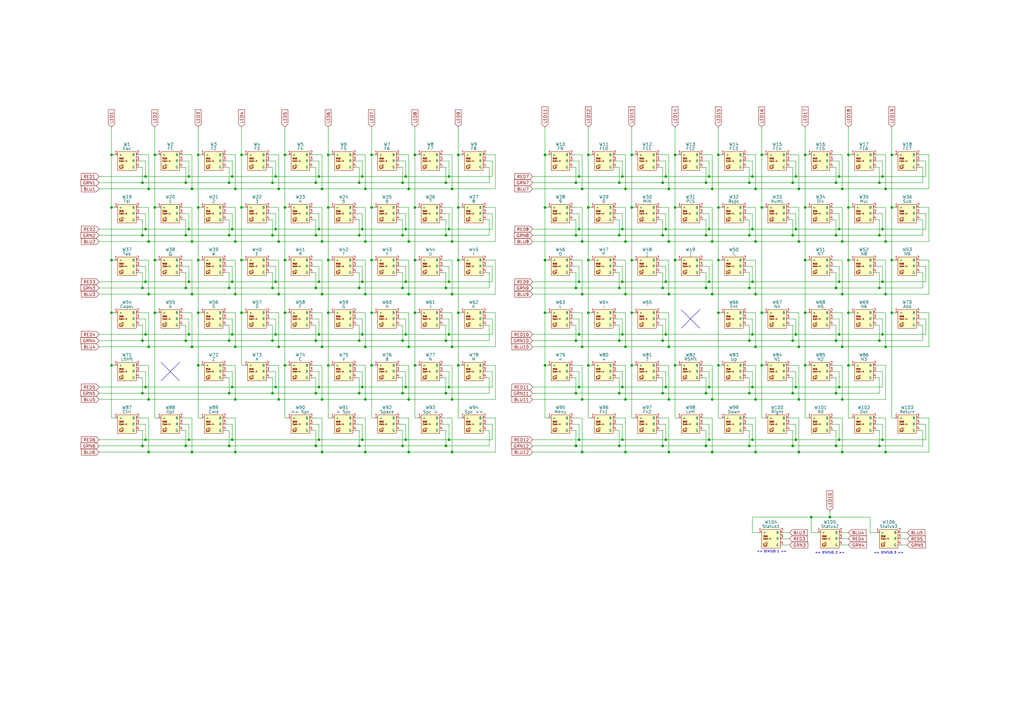
<source format=kicad_sch>
(kicad_sch (version 20250114) (generator "eeschema") (generator_version "9.0")
  (paper "A3")
  (text "<< STATUS 2 >>" (at 340.36 226.822 0) (effects (font (size 0.889 0.889))))
  (text "<< STATUS 1 >>" (at 316.484 226.314 0) (effects (font (size 0.889 0.889))))
  (text "<< STATUS 3 >>" (at 364.49 226.822 0) (effects (font (size 0.889 0.889))))
  (junction (at 292.1 120.65))
  (junction (at 132.08 99.06))
  (junction (at 77.47 137.16))
  (junction (at 81.28 85.09))
  (junction (at 170.18 149.86))
  (junction (at 58.42 118.11))
  (junction (at 147.32 96.52))
  (junction (at 325.12 161.29))
  (junction (at 165.1 96.52))
  (junction (at 96.52 163.83))
  (junction (at 363.22 120.65))
  (junction (at 361.95 115.57))
  (junction (at 113.03 72.39))
  (junction (at 165.1 161.29))
  (junction (at 58.42 74.93))
  (junction (at 325.12 139.7))
  (junction (at 63.5 85.09))
  (junction (at 58.42 161.29))
  (junction (at 170.18 85.09))
  (junction (at 327.66 77.47))
  (junction (at 223.52 63.5))
  (junction (at 63.5 128.27))
  (junction (at 290.83 115.57))
  (junction (at 60.96 99.06))
  (junction (at 344.17 93.98))
  (junction (at 327.66 142.24))
  (junction (at 342.9 139.7))
  (junction (at 149.86 77.47))
  (junction (at 237.49 180.34))
  (junction (at 59.69 93.98))
  (junction (at 307.34 182.88))
  (junction (at 167.64 77.47))
  (junction (at 185.42 142.24))
  (junction (at 326.39 93.98))
  (junction (at 185.42 120.65))
  (junction (at 273.05 93.98))
  (junction (at 237.49 137.16))
  (junction (at 96.52 120.65))
  (junction (at 134.62 85.09))
  (junction (at 130.81 158.75))
  (junction (at 149.86 163.83))
  (junction (at 309.88 77.47))
  (junction (at 223.52 149.86))
  (junction (at 134.62 106.68))
  (junction (at 132.08 120.65))
  (junction (at 187.96 63.5))
  (junction (at 182.88 118.11))
  (junction (at 276.86 63.5))
  (junction (at 327.66 99.06))
  (junction (at 81.28 63.5))
  (junction (at 187.96 128.27))
  (junction (at 167.64 163.83))
  (junction (at 114.3 142.24))
  (junction (at 290.83 93.98))
  (junction (at 361.95 72.39))
  (junction (at 342.9 118.11))
  (junction (at 76.2 139.7))
  (junction (at 292.1 185.42))
  (junction (at 116.84 85.09))
  (junction (at 365.76 128.27))
  (junction (at 184.15 158.75))
  (junction (at 77.47 72.39))
  (junction (at 81.28 149.86))
  (junction (at 289.56 74.93))
  (junction (at 360.68 139.7))
  (junction (at 342.9 74.93))
  (junction (at 148.59 115.57))
  (junction (at 241.3 128.27))
  (junction (at 238.76 77.47))
  (junction (at 59.69 115.57))
  (junction (at 330.2 149.86))
  (junction (at 308.61 180.34))
  (junction (at 330.2 106.68))
  (junction (at 294.64 63.5))
  (junction (at 312.42 149.86))
  (junction (at 308.61 93.98))
  (junction (at 238.76 142.24))
  (junction (at 147.32 139.7))
  (junction (at 165.1 74.93))
  (junction (at 254 161.29))
  (junction (at 256.54 77.47))
  (junction (at 113.03 115.57))
  (junction (at 344.17 158.75))
  (junction (at 255.27 137.16))
  (junction (at 60.96 77.47))
  (junction (at 361.95 137.16))
  (junction (at 344.17 72.39))
  (junction (at 345.44 163.83))
  (junction (at 170.18 106.68))
  (junction (at 149.86 120.65))
  (junction (at 347.98 85.09))
  (junction (at 60.96 142.24))
  (junction (at 113.03 158.75))
  (junction (at 129.54 139.7))
  (junction (at 132.08 142.24))
  (junction (at 241.3 63.5))
  (junction (at 307.34 118.11))
  (junction (at 365.76 63.5))
  (junction (at 152.4 128.27))
  (junction (at 237.49 72.39))
  (junction (at 308.61 115.57))
  (junction (at 289.56 161.29))
  (junction (at 309.88 185.42))
  (junction (at 255.27 158.75))
  (junction (at 340.36 212.09))
  (junction (at 360.68 74.93))
  (junction (at 307.34 139.7))
  (junction (at 148.59 93.98))
  (junction (at 166.37 137.16))
  (junction (at 292.1 99.06))
  (junction (at 271.78 74.93))
  (junction (at 129.54 74.93))
  (junction (at 96.52 99.06))
  (junction (at 132.08 77.47))
  (junction (at 271.78 161.29))
  (junction (at 344.17 137.16))
  (junction (at 152.4 106.68))
  (junction (at 255.27 93.98))
  (junction (at 134.62 128.27))
  (junction (at 276.86 149.86))
  (junction (at 167.64 185.42))
  (junction (at 59.69 180.34))
  (junction (at 147.32 74.93))
  (junction (at 294.64 128.27))
  (junction (at 223.52 128.27))
  (junction (at 345.44 142.24))
  (junction (at 130.81 180.34))
  (junction (at 236.22 118.11))
  (junction (at 254 96.52))
  (junction (at 237.49 93.98))
  (junction (at 130.81 137.16))
  (junction (at 185.42 99.06))
  (junction (at 360.68 182.88))
  (junction (at 166.37 115.57))
  (junction (at 129.54 161.29))
  (junction (at 59.69 158.75))
  (junction (at 365.76 106.68))
  (junction (at 166.37 158.75))
  (junction (at 76.2 182.88))
  (junction (at 307.34 96.52))
  (junction (at 130.81 72.39))
  (junction (at 238.76 185.42))
  (junction (at 238.76 163.83))
  (junction (at 184.15 93.98))
  (junction (at 96.52 185.42))
  (junction (at 114.3 99.06))
  (junction (at 185.42 185.42))
  (junction (at 45.72 128.27))
  (junction (at 149.86 185.42))
  (junction (at 187.96 106.68))
  (junction (at 326.39 137.16))
  (junction (at 148.59 180.34))
  (junction (at 236.22 96.52))
  (junction (at 271.78 139.7))
  (junction (at 78.74 185.42))
  (junction (at 95.25 72.39))
  (junction (at 130.81 115.57))
  (junction (at 254 74.93))
  (junction (at 273.05 115.57))
  (junction (at 60.96 120.65))
  (junction (at 63.5 106.68))
  (junction (at 289.56 182.88))
  (junction (at 344.17 115.57))
  (junction (at 78.74 99.06))
  (junction (at 116.84 128.27))
  (junction (at 165.1 139.7))
  (junction (at 165.1 118.11))
  (junction (at 60.96 185.42))
  (junction (at 95.25 115.57))
  (junction (at 184.15 72.39))
  (junction (at 113.03 93.98))
  (junction (at 271.78 118.11))
  (junction (at 129.54 182.88))
  (junction (at 342.9 182.88))
  (junction (at 365.76 85.09))
  (junction (at 223.52 106.68))
  (junction (at 342.9 96.52))
  (junction (at 182.88 139.7))
  (junction (at 276.86 106.68))
  (junction (at 111.76 74.93))
  (junction (at 45.72 63.5))
  (junction (at 274.32 99.06))
  (junction (at 132.08 163.83))
  (junction (at 147.32 118.11))
  (junction (at 166.37 72.39))
  (junction (at 290.83 180.34))
  (junction (at 254 139.7))
  (junction (at 237.49 158.75))
  (junction (at 93.98 182.88))
  (junction (at 81.28 106.68))
  (junction (at 236.22 182.88))
  (junction (at 165.1 182.88))
  (junction (at 326.39 158.75))
  (junction (at 99.06 85.09))
  (junction (at 184.15 180.34))
  (junction (at 347.98 106.68))
  (junction (at 273.05 158.75))
  (junction (at 148.59 158.75))
  (junction (at 309.88 142.24))
  (junction (at 256.54 185.42))
  (junction (at 237.49 115.57))
  (junction (at 308.61 158.75))
  (junction (at 147.32 182.88))
  (junction (at 45.72 149.86))
  (junction (at 111.76 139.7))
  (junction (at 93.98 161.29))
  (junction (at 330.2 128.27))
  (junction (at 241.3 106.68))
  (junction (at 259.08 63.5))
  (junction (at 256.54 120.65))
  (junction (at 58.42 182.88))
  (junction (at 345.44 99.06))
  (junction (at 238.76 99.06))
  (junction (at 271.78 182.88))
  (junction (at 187.96 149.86))
  (junction (at 77.47 115.57))
  (junction (at 327.66 185.42))
  (junction (at 81.28 128.27))
  (junction (at 274.32 163.83))
  (junction (at 114.3 163.83))
  (junction (at 238.76 120.65))
  (junction (at 99.06 128.27))
  (junction (at 148.59 72.39))
  (junction (at 45.72 106.68))
  (junction (at 134.62 63.5))
  (junction (at 308.61 137.16))
  (junction (at 147.32 161.29))
  (junction (at 294.64 149.86))
  (junction (at 363.22 142.24))
  (junction (at 113.03 137.16))
  (junction (at 152.4 63.5))
  (junction (at 78.74 77.47))
  (junction (at 273.05 72.39))
  (junction (at 95.25 180.34))
  (junction (at 256.54 163.83))
  (junction (at 95.25 137.16))
  (junction (at 255.27 180.34))
  (junction (at 187.96 85.09))
  (junction (at 182.88 74.93))
  (junction (at 259.08 85.09))
  (junction (at 325.12 74.93))
  (junction (at 312.42 85.09))
  (junction (at 312.42 128.27))
  (junction (at 342.9 161.29))
  (junction (at 271.78 96.52))
  (junction (at 60.96 163.83))
  (junction (at 185.42 77.47))
  (junction (at 58.42 96.52))
  (junction (at 290.83 72.39))
  (junction (at 182.88 96.52))
  (junction (at 76.2 96.52))
  (junction (at 111.76 161.29))
  (junction (at 274.32 120.65))
  (junction (at 134.62 149.86))
  (junction (at 294.64 85.09))
  (junction (at 166.37 93.98))
  (junction (at 78.74 120.65))
  (junction (at 363.22 185.42))
  (junction (at 95.25 93.98))
  (junction (at 167.64 142.24))
  (junction (at 130.81 93.98))
  (junction (at 274.32 77.47))
  (junction (at 149.86 99.06))
  (junction (at 59.69 137.16))
  (junction (at 307.34 74.93))
  (junction (at 345.44 120.65))
  (junction (at 292.1 77.47))
  (junction (at 96.52 142.24))
  (junction (at 170.18 128.27))
  (junction (at 236.22 74.93))
  (junction (at 129.54 118.11))
  (junction (at 93.98 74.93))
  (junction (at 289.56 118.11))
  (junction (at 345.44 185.42))
  (junction (at 241.3 149.86))
  (junction (at 273.05 180.34))
  (junction (at 361.95 180.34))
  (junction (at 308.61 72.39))
  (junction (at 360.68 118.11))
  (junction (at 241.3 85.09))
  (junction (at 256.54 99.06))
  (junction (at 259.08 149.86))
  (junction (at 149.86 142.24))
  (junction (at 273.05 137.16))
  (junction (at 347.98 63.5))
  (junction (at 363.22 77.47))
  (junction (at 111.76 118.11))
  (junction (at 182.88 182.88))
  (junction (at 223.52 85.09))
  (junction (at 325.12 96.52))
  (junction (at 170.18 63.5))
  (junction (at 182.88 161.29))
  (junction (at 347.98 149.86))
  (junction (at 259.08 106.68))
  (junction (at 347.98 128.27))
  (junction (at 77.47 93.98))
  (junction (at 63.5 63.5))
  (junction (at 309.88 163.83))
  (junction (at 255.27 72.39))
  (junction (at 95.25 158.75))
  (junction (at 256.54 142.24))
  (junction (at 116.84 149.86))
  (junction (at 129.54 96.52))
  (junction (at 259.08 128.27))
  (junction (at 148.59 137.16))
  (junction (at 345.44 77.47))
  (junction (at 96.52 77.47))
  (junction (at 274.32 142.24))
  (junction (at 99.06 106.68))
  (junction (at 292.1 163.83))
  (junction (at 254 182.88))
  (junction (at 152.4 149.86))
  (junction (at 360.68 96.52))
  (junction (at 289.56 96.52))
  (junction (at 76.2 118.11))
  (junction (at 332.74 212.09))
  (junction (at 116.84 63.5))
  (junction (at 77.47 180.34))
  (junction (at 93.98 96.52))
  (junction (at 344.17 180.34))
  (junction (at 167.64 99.06))
  (junction (at 255.27 115.57))
  (junction (at 114.3 120.65))
  (junction (at 114.3 77.47))
  (junction (at 184.15 137.16))
  (junction (at 45.72 85.09))
  (junction (at 309.88 120.65))
  (junction (at 185.42 163.83))
  (junction (at 111.76 96.52))
  (junction (at 59.69 72.39))
  (junction (at 327.66 163.83))
  (junction (at 274.32 185.42))
  (junction (at 330.2 63.5))
  (junction (at 132.08 185.42))
  (junction (at 326.39 72.39))
  (junction (at 76.2 74.93))
  (junction (at 294.64 106.68))
  (junction (at 78.74 142.24))
  (junction (at 309.88 99.06))
  (junction (at 99.06 63.5))
  (junction (at 330.2 85.09))
  (junction (at 93.98 118.11))
  (junction (at 326.39 180.34))
  (junction (at 276.86 85.09))
  (junction (at 152.4 85.09))
  (junction (at 166.37 180.34))
  (junction (at 312.42 63.5))
  (junction (at 116.84 106.68))
  (junction (at 93.98 139.7))
  (junction (at 167.64 120.65))
  (junction (at 290.83 158.75))
  (junction (at 184.15 115.57))
  (junction (at 236.22 139.7))
  (junction (at 236.22 161.29))
  (junction (at 307.34 161.29))
  (junction (at 325.12 182.88))
  (junction (at 58.42 139.7))
  (junction (at 254 118.11))
  (junction (at 361.95 93.98))
  (junction (at 363.22 99.06))
  (wire (pts (xy 153.67 128.27) (xy 152.4 128.27)))
  (wire (pts (xy 78.74 185.42) (xy 96.52 185.42)))
  (wire (pts (xy 114.3 120.65) (xy 132.08 120.65)))
  (wire (pts (xy 274.32 63.5) (xy 274.32 77.47)))
  (wire (pts (xy 166.37 158.75) (xy 184.15 158.75)))
  (wire (pts (xy 256.54 63.5) (xy 256.54 77.47)))
  (wire (pts (xy 238.76 85.09) (xy 238.76 99.06)))
  (wire (pts (xy 306.07 152.4) (xy 308.61 152.4)))
  (wire (pts (xy 132.08 85.09) (xy 132.08 99.06)))
  (wire (pts (xy 187.96 149.86) (xy 187.96 171.45)))
  (wire (pts (xy 294.64 149.86) (xy 294.64 171.45)))
  (wire (pts (xy 323.85 173.99) (xy 326.39 173.99)))
  (wire (pts (xy 167.64 142.24) (xy 185.42 142.24)))
  (wire (pts (xy 270.51 66.04) (xy 273.05 66.04)))
  (wire (pts (xy 360.68 182.88) (xy 378.46 182.88)))
  (wire (pts (xy 135.89 171.45) (xy 134.62 171.45)))
  (wire (pts (xy 236.22 182.88) (xy 254 182.88)))
  (wire (pts (xy 340.36 212.09) (xy 332.74 212.09)))
  (wire (pts (xy 255.27 173.99) (xy 255.27 180.34)))
  (wire (pts (xy 340.36 212.09) (xy 356.87 212.09)))
  (wire (pts (xy 149.86 163.83) (xy 167.64 163.83)))
  (wire (pts (xy 128.27 133.35) (xy 129.54 133.35)))
  (wire (pts (xy 147.32 182.88) (xy 165.1 182.88)))
  (wire (pts (xy 63.5 63.5) (xy 63.5 85.09)))
  (wire (pts (xy 181.61 85.09) (xy 185.42 85.09)))
  (wire (pts (xy 223.52 149.86) (xy 223.52 171.45)))
  (wire (pts (xy 135.89 63.5) (xy 134.62 63.5)))
  (wire (pts (xy 170.18 85.09) (xy 170.18 106.68)))
  (wire (pts (xy 252.73 68.58) (xy 254 68.58)))
  (wire (pts (xy 57.15 176.53) (xy 58.42 176.53)))
  (wire (pts (xy 110.49 154.94) (xy 111.76 154.94)))
  (wire (pts (xy 238.76 149.86) (xy 238.76 163.83)))
  (wire (pts (xy 64.77 106.68) (xy 63.5 106.68)))
  (wire (pts (xy 378.46 133.35) (xy 377.19 133.35)))
  (wire (pts (xy 167.64 63.5) (xy 167.64 77.47)))
  (wire (pts (xy 111.76 133.35) (xy 111.76 139.7)))
  (wire (pts (xy 146.05 171.45) (xy 149.86 171.45)))
  (wire (pts (xy 271.78 182.88) (xy 289.56 182.88)))
  (wire (pts (xy 379.73 93.98) (xy 379.73 87.63)))
  (wire (pts (xy 363.22 77.47) (xy 381 77.47)))
  (wire (pts (xy 344.17 109.22) (xy 344.17 115.57)))
  (wire (pts (xy 273.05 158.75) (xy 290.83 158.75)))
  (wire (pts (xy 118.11 128.27) (xy 116.84 128.27)))
  (wire (pts (xy 165.1 90.17) (xy 165.1 96.52)))
  (wire (pts (xy 110.49 85.09) (xy 114.3 85.09)))
  (wire (pts (xy 57.15 130.81) (xy 59.69 130.81)))
  (wire (pts (xy 149.86 85.09) (xy 149.86 99.06)))
  (wire (pts (xy 252.73 176.53) (xy 254 176.53)))
  (wire (pts (xy 199.39 109.22) (xy 201.93 109.22)))
  (wire (pts (xy 377.19 66.04) (xy 379.73 66.04)))
  (wire (pts (xy 273.05 87.63) (xy 273.05 93.98)))
  (wire (pts (xy 325.12 154.94) (xy 325.12 161.29)))
  (wire (pts (xy 290.83 109.22) (xy 290.83 115.57)))
  (wire (pts (xy 130.81 87.63) (xy 130.81 93.98)))
  (wire (pts (xy 295.91 63.5) (xy 294.64 63.5)))
  (wire (pts (xy 378.46 118.11) (xy 378.46 111.76)))
  (wire (pts (xy 96.52 171.45) (xy 96.52 185.42)))
  (wire (pts (xy 81.28 52.07) (xy 81.28 63.5)))
  (wire (pts (xy 259.08 63.5) (xy 259.08 85.09)))
  (wire (pts (xy 132.08 120.65) (xy 149.86 120.65)))
  (wire (pts (xy 323.85 171.45) (xy 327.66 171.45)))
  (wire (pts (xy 306.07 111.76) (xy 307.34 111.76)))
  (wire (pts (xy 308.61 152.4) (xy 308.61 158.75)))
  (wire (pts (xy 290.83 72.39) (xy 308.61 72.39)))
  (wire (pts (xy 276.86 52.07) (xy 276.86 63.5)))
  (wire (pts (xy 96.52 106.68) (xy 96.52 120.65)))
  (wire (pts (xy 40.64 182.88) (xy 58.42 182.88)))
  (wire (pts (xy 110.49 111.76) (xy 111.76 111.76)))
  (wire (pts (xy 326.39 173.99) (xy 326.39 180.34)))
  (wire (pts (xy 323.85 149.86) (xy 327.66 149.86)))
  (wire (pts (xy 309.88 106.68) (xy 309.88 120.65)))
  (wire (pts (xy 167.64 171.45) (xy 167.64 185.42)))
  (wire (pts (xy 100.33 128.27) (xy 99.06 128.27)))
  (wire (pts (xy 223.52 85.09) (xy 224.79 85.09)))
  (wire (pts (xy 40.64 96.52) (xy 58.42 96.52)))
  (wire (pts (xy 130.81 115.57) (xy 148.59 115.57)))
  (wire (pts (xy 128.27 130.81) (xy 130.81 130.81)))
  (wire (pts (xy 149.86 171.45) (xy 149.86 185.42)))
  (wire (pts (xy 345.44 223.52) (xy 347.98 223.52)))
  (wire (pts (xy 182.88 68.58) (xy 182.88 74.93)))
  (wire (pts (xy 367.03 63.5) (xy 365.76 63.5)))
  (wire (pts (xy 270.51 176.53) (xy 271.78 176.53)))
  (wire (pts (xy 271.78 96.52) (xy 289.56 96.52)))
  (wire (pts (xy 345.44 99.06) (xy 363.22 99.06)))
  (wire (pts (xy 60.96 77.47) (xy 78.74 77.47)))
  (wire (pts (xy 203.2 63.5) (xy 199.39 63.5)))
  (wire (pts (xy 166.37 109.22) (xy 166.37 115.57)))
  (wire (pts (xy 237.49 173.99) (xy 237.49 180.34)))
  (wire (pts (xy 165.1 176.53) (xy 165.1 182.88)))
  (wire (pts (xy 152.4 128.27) (xy 152.4 106.68)))
  (wire (pts (xy 113.03 130.81) (xy 113.03 137.16)))
  (wire (pts (xy 292.1 120.65) (xy 309.88 120.65)))
  (wire (pts (xy 201.93 180.34) (xy 201.93 173.99)))
  (wire (pts (xy 330.2 52.07) (xy 330.2 63.5)))
  (wire (pts (xy 146.05 149.86) (xy 149.86 149.86)))
  (wire (pts (xy 148.59 72.39) (xy 166.37 72.39)))
  (wire (pts (xy 82.55 63.5) (xy 81.28 63.5)))
  (wire (pts (xy 381 128.27) (xy 377.19 128.27)))
  (wire (pts (xy 184.15 152.4) (xy 184.15 158.75)))
  (wire (pts (xy 149.86 142.24) (xy 167.64 142.24)))
  (wire (pts (xy 289.56 161.29) (xy 307.34 161.29)))
  (wire (pts (xy 306.07 106.68) (xy 309.88 106.68)))
  (wire (pts (xy 331.47 63.5) (xy 330.2 63.5)))
  (wire (pts (xy 237.49 137.16) (xy 255.27 137.16)))
  (wire (pts (xy 185.42 120.65) (xy 203.2 120.65)))
  (wire (pts (xy 252.73 63.5) (xy 256.54 63.5)))
  (wire (pts (xy 308.61 72.39) (xy 326.39 72.39)))
  (wire (pts (xy 271.78 118.11) (xy 289.56 118.11)))
  (wire (pts (xy 378.46 139.7) (xy 378.46 133.35)))
  (wire (pts (xy 273.05 115.57) (xy 290.83 115.57)))
  (wire (pts (xy 341.63 128.27) (xy 345.44 128.27)))
  (wire (pts (xy 236.22 96.52) (xy 254 96.52)))
  (wire (pts (xy 236.22 161.29) (xy 254 161.29)))
  (wire (pts (xy 182.88 111.76) (xy 182.88 118.11)))
  (wire (pts (xy 95.25 115.57) (xy 113.03 115.57)))
  (wire (pts (xy 200.66 68.58) (xy 199.39 68.58)))
  (wire (pts (xy 93.98 74.93) (xy 111.76 74.93)))
  (wire (pts (xy 365.76 106.68) (xy 365.76 128.27)))
  (wire (pts (xy 146.05 173.99) (xy 148.59 173.99)))
  (wire (pts (xy 96.52 77.47) (xy 114.3 77.47)))
  (wire (pts (xy 167.64 77.47) (xy 185.42 77.47)))
  (wire (pts (xy 110.49 63.5) (xy 114.3 63.5)))
  (wire (pts (xy 146.05 90.17) (xy 147.32 90.17)))
  (wire (pts (xy 323.85 154.94) (xy 325.12 154.94)))
  (wire (pts (xy 60.96 120.65) (xy 78.74 120.65)))
  (wire (pts (xy 326.39 72.39) (xy 344.17 72.39)))
  (wire (pts (xy 256.54 120.65) (xy 274.32 120.65)))
  (wire (pts (xy 256.54 85.09) (xy 256.54 99.06)))
  (wire (pts (xy 132.08 149.86) (xy 132.08 163.83)))
  (wire (pts (xy 59.69 137.16) (xy 77.47 137.16)))
  (polyline (pts (xy 279.4 134.62) (xy 287.02 127)))
  (wire (pts (xy 237.49 109.22) (xy 237.49 115.57)))
  (wire (pts (xy 342.9 133.35) (xy 342.9 139.7)))
  (wire (pts (xy 308.61 87.63) (xy 308.61 93.98)))
  (wire (pts (xy 81.28 128.27) (xy 81.28 149.86)))
  (wire (pts (xy 132.08 99.06) (xy 149.86 99.06)))
  (wire (pts (xy 184.15 87.63) (xy 184.15 93.98)))
  (wire (pts (xy 163.83 63.5) (xy 167.64 63.5)))
  (wire (pts (xy 92.71 149.86) (xy 96.52 149.86)))
  (wire (pts (xy 241.3 149.86) (xy 241.3 171.45)))
  (wire (pts (xy 379.73 180.34) (xy 379.73 173.99)))
  (wire (pts (xy 163.83 173.99) (xy 166.37 173.99)))
  (wire (pts (xy 271.78 68.58) (xy 271.78 74.93)))
  (wire (pts (xy 163.83 128.27) (xy 167.64 128.27)))
  (wire (pts (xy 218.44 77.47) (xy 238.76 77.47)))
  (wire (pts (xy 290.83 158.75) (xy 308.61 158.75)))
  (wire (pts (xy 361.95 66.04) (xy 361.95 72.39)))
  (wire (pts (xy 331.47 85.09) (xy 330.2 85.09)))
  (wire (pts (xy 252.73 149.86) (xy 256.54 149.86)))
  (wire (pts (xy 184.15 180.34) (xy 201.93 180.34)))
  (wire (pts (xy 74.93 68.58) (xy 76.2 68.58)))
  (wire (pts (xy 363.22 85.09) (xy 363.22 99.06)))
  (wire (pts (xy 288.29 63.5) (xy 292.1 63.5)))
  (wire (pts (xy 290.83 66.04) (xy 290.83 72.39)))
  (wire (pts (xy 111.76 111.76) (xy 111.76 118.11)))
  (wire (pts (xy 363.22 142.24) (xy 381 142.24)))
  (wire (pts (xy 96.52 142.24) (xy 114.3 142.24)))
  (wire (pts (xy 218.44 118.11) (xy 236.22 118.11)))
  (wire (pts (xy 273.05 180.34) (xy 290.83 180.34)))
  (wire (pts (xy 187.96 85.09) (xy 187.96 106.68)))
  (wire (pts (xy 365.76 52.07) (xy 365.76 63.5)))
  (wire (pts (xy 99.06 63.5) (xy 99.06 85.09)))
  (wire (pts (xy 77.47 173.99) (xy 77.47 180.34)))
  (wire (pts (xy 57.15 149.86) (xy 60.96 149.86)))
  (wire (pts (xy 288.29 87.63) (xy 290.83 87.63)))
  (wire (pts (xy 149.86 120.65) (xy 167.64 120.65)))
  (wire (pts (xy 252.73 171.45) (xy 256.54 171.45)))
  (wire (pts (xy 184.15 130.81) (xy 184.15 137.16)))
  (wire (pts (xy 223.52 128.27) (xy 223.52 149.86)))
  (wire (pts (xy 349.25 149.86) (xy 347.98 149.86)))
  (wire (pts (xy 110.49 68.58) (xy 111.76 68.58)))
  (wire (pts (xy 40.64 93.98) (xy 59.69 93.98)))
  (wire (pts (xy 361.95 173.99) (xy 361.95 180.34)))
  (wire (pts (xy 342.9 96.52) (xy 360.68 96.52)))
  (wire (pts (xy 129.54 96.52) (xy 147.32 96.52)))
  (wire (pts (xy 46.99 63.5) (xy 45.72 63.5)))
  (polyline (pts (xy 279.4 127) (xy 287.02 134.62)))
  (wire (pts (xy 252.73 106.68) (xy 256.54 106.68)))
  (wire (pts (xy 184.15 173.99) (xy 184.15 180.34)))
  (wire (pts (xy 81.28 63.5) (xy 81.28 85.09)))
  (wire (pts (xy 134.62 85.09) (xy 134.62 106.68)))
  (wire (pts (xy 342.9 68.58) (xy 342.9 74.93)))
  (wire (pts (xy 203.2 171.45) (xy 199.39 171.45)))
  (wire (pts (xy 128.27 66.04) (xy 130.81 66.04)))
  (wire (pts (xy 135.89 85.09) (xy 134.62 85.09)))
  (wire (pts (xy 270.51 171.45) (xy 274.32 171.45)))
  (wire (pts (xy 365.76 128.27) (xy 365.76 171.45)))
  (wire (pts (xy 92.71 63.5) (xy 96.52 63.5)))
  (wire (pts (xy 345.44 128.27) (xy 345.44 142.24)))
  (wire (pts (xy 274.32 149.86) (xy 274.32 163.83)))
  (wire (pts (xy 360.68 90.17) (xy 360.68 96.52)))
  (wire (pts (xy 74.93 87.63) (xy 77.47 87.63)))
  (wire (pts (xy 146.05 109.22) (xy 148.59 109.22)))
  (wire (pts (xy 110.49 130.81) (xy 113.03 130.81)))
  (wire (pts (xy 278.13 106.68) (xy 276.86 106.68)))
  (wire (pts (xy 134.62 63.5) (xy 134.62 85.09)))
  (wire (pts (xy 306.07 68.58) (xy 307.34 68.58)))
  (wire (pts (xy 96.52 99.06) (xy 114.3 99.06)))
  (wire (pts (xy 146.05 85.09) (xy 149.86 85.09)))
  (wire (pts (xy 129.54 176.53) (xy 129.54 182.88)))
  (wire (pts (xy 270.51 152.4) (xy 273.05 152.4)))
  (wire (pts (xy 152.4 128.27) (xy 152.4 149.86)))
  (wire (pts (xy 182.88 154.94) (xy 182.88 161.29)))
  (wire (pts (xy 342.9 182.88) (xy 360.68 182.88)))
  (wire (pts (xy 148.59 152.4) (xy 148.59 158.75)))
  (wire (pts (xy 378.46 68.58) (xy 377.19 68.58)))
  (wire (pts (xy 74.93 90.17) (xy 76.2 90.17)))
  (wire (pts (xy 165.1 161.29) (xy 182.88 161.29)))
  (wire (pts (xy 93.98 133.35) (xy 93.98 139.7)))
  (wire (pts (xy 234.95 173.99) (xy 237.49 173.99)))
  (wire (pts (xy 166.37 115.57) (xy 184.15 115.57)))
  (wire (pts (xy 74.93 109.22) (xy 77.47 109.22)))
  (wire (pts (xy 273.05 72.39) (xy 290.83 72.39)))
  (wire (pts (xy 359.41 66.04) (xy 361.95 66.04)))
  (wire (pts (xy 306.07 154.94) (xy 307.34 154.94)))
  (wire (pts (xy 327.66 149.86) (xy 327.66 163.83)))
  (wire (pts (xy 59.69 66.04) (xy 59.69 72.39)))
  (wire (pts (xy 234.95 152.4) (xy 237.49 152.4)))
  (wire (pts (xy 359.41 176.53) (xy 360.68 176.53)))
  (wire (pts (xy 135.89 106.68) (xy 134.62 106.68)))
  (wire (pts (xy 135.89 149.86) (xy 134.62 149.86)))
  (wire (pts (xy 359.41 171.45) (xy 363.22 171.45)))
  (wire (pts (xy 40.64 139.7) (xy 58.42 139.7)))
  (wire (pts (xy 236.22 68.58) (xy 236.22 74.93)))
  (wire (pts (xy 234.95 176.53) (xy 236.22 176.53)))
  (wire (pts (xy 361.95 109.22) (xy 361.95 115.57)))
  (wire (pts (xy 163.83 66.04) (xy 166.37 66.04)))
  (wire (pts (xy 255.27 72.39) (xy 273.05 72.39)))
  (wire (pts (xy 241.3 52.07) (xy 241.3 63.5)))
  (wire (pts (xy 152.4 106.68) (xy 153.67 106.68)))
  (wire (pts (xy 82.55 149.86) (xy 81.28 149.86)))
  (wire (pts (xy 323.85 133.35) (xy 325.12 133.35)))
  (wire (pts (xy 289.56 118.11) (xy 307.34 118.11)))
  (wire (pts (xy 256.54 171.45) (xy 256.54 185.42)))
  (wire (pts (xy 184.15 72.39) (xy 201.93 72.39)))
  (wire (pts (xy 342.9 176.53) (xy 342.9 182.88)))
  (wire (pts (xy 113.03 87.63) (xy 113.03 93.98)))
  (wire (pts (xy 57.15 66.04) (xy 59.69 66.04)))
  (wire (pts (xy 359.41 111.76) (xy 360.68 111.76)))
  (wire (pts (xy 184.15 93.98) (xy 201.93 93.98)))
  (wire (pts (xy 256.54 185.42) (xy 274.32 185.42)))
  (wire (pts (xy 307.34 68.58) (xy 307.34 74.93)))
  (wire (pts (xy 128.27 149.86) (xy 132.08 149.86)))
  (wire (pts (xy 270.51 109.22) (xy 273.05 109.22)))
  (wire (pts (xy 274.32 77.47) (xy 292.1 77.47)))
  (wire (pts (xy 361.95 115.57) (xy 379.73 115.57)))
  (wire (pts (xy 234.95 149.86) (xy 238.76 149.86)))
  (wire (pts (xy 330.2 128.27) (xy 330.2 149.86)))
  (wire (pts (xy 59.69 158.75) (xy 95.25 158.75)))
  (wire (pts (xy 78.74 171.45) (xy 78.74 185.42)))
  (wire (pts (xy 182.88 182.88) (xy 200.66 182.88)))
  (wire (pts (xy 40.64 74.93) (xy 58.42 74.93)))
  (wire (pts (xy 306.07 66.04) (xy 308.61 66.04)))
  (wire (pts (xy 99.06 52.07) (xy 99.06 63.5)))
  (wire (pts (xy 259.08 85.09) (xy 259.08 106.68)))
  (wire (pts (xy 237.49 130.81) (xy 237.49 137.16)))
  (wire (pts (xy 359.41 109.22) (xy 361.95 109.22)))
  (wire (pts (xy 163.83 106.68) (xy 167.64 106.68)))
  (wire (pts (xy 327.66 99.06) (xy 345.44 99.06)))
  (wire (pts (xy 341.63 130.81) (xy 344.17 130.81)))
  (wire (pts (xy 323.85 66.04) (xy 326.39 66.04)))
  (wire (pts (xy 64.77 63.5) (xy 63.5 63.5)))
  (wire (pts (xy 270.51 90.17) (xy 271.78 90.17)))
  (wire (pts (xy 93.98 176.53) (xy 93.98 182.88)))
  (wire (pts (xy 95.25 180.34) (xy 130.81 180.34)))
  (wire (pts (xy 60.96 99.06) (xy 78.74 99.06)))
  (wire (pts (xy 60.96 128.27) (xy 60.96 142.24)))
  (wire (pts (xy 256.54 149.86) (xy 256.54 163.83)))
  (wire (pts (xy 295.91 106.68) (xy 294.64 106.68)))
  (wire (pts (xy 238.76 185.42) (xy 256.54 185.42)))
  (wire (pts (xy 146.05 87.63) (xy 148.59 87.63)))
  (wire (pts (xy 110.49 66.04) (xy 113.03 66.04)))
  (wire (pts (xy 200.66 139.7) (xy 200.66 133.35)))
  (wire (pts (xy 181.61 154.94) (xy 182.88 154.94)))
  (wire (pts (xy 345.44 120.65) (xy 363.22 120.65)))
  (wire (pts (xy 238.76 120.65) (xy 256.54 120.65)))
  (wire (pts (xy 347.98 149.86) (xy 347.98 171.45)))
  (wire (pts (xy 167.64 128.27) (xy 167.64 142.24)))
  (wire (pts (xy 59.69 87.63) (xy 59.69 93.98)))
  (wire (pts (xy 149.86 106.68) (xy 149.86 120.65)))
  (wire (pts (xy 166.37 72.39) (xy 184.15 72.39)))
  (wire (pts (xy 114.3 77.47) (xy 132.08 77.47)))
  (wire (pts (xy 327.66 185.42) (xy 345.44 185.42)))
  (wire (pts (xy 74.93 176.53) (xy 76.2 176.53)))
  (wire (pts (xy 116.84 52.07) (xy 116.84 63.5)))
  (wire (pts (xy 77.47 137.16) (xy 95.25 137.16)))
  (wire (pts (xy 234.95 63.5) (xy 238.76 63.5)))
  (wire (pts (xy 345.44 142.24) (xy 363.22 142.24)))
  (wire (pts (xy 153.67 85.09) (xy 152.4 85.09)))
  (wire (pts (xy 167.64 106.68) (xy 167.64 120.65)))
  (wire (pts (xy 40.64 161.29) (xy 58.42 161.29)))
  (wire (pts (xy 254 133.35) (xy 254 139.7)))
  (wire (pts (xy 255.27 152.4) (xy 255.27 158.75)))
  (wire (pts (xy 45.72 85.09) (xy 45.72 106.68)))
  (wire (pts (xy 189.23 149.86) (xy 187.96 149.86)))
  (wire (pts (xy 132.08 63.5) (xy 132.08 77.47)))
  (wire (pts (xy 252.73 154.94) (xy 254 154.94)))
  (wire (pts (xy 306.07 173.99) (xy 308.61 173.99)))
  (wire (pts (xy 359.41 106.68) (xy 363.22 106.68)))
  (wire (pts (xy 148.59 115.57) (xy 166.37 115.57)))
  (wire (pts (xy 95.25 66.04) (xy 95.25 72.39)))
  (wire (pts (xy 361.95 152.4) (xy 361.95 158.75)))
  (wire (pts (xy 165.1 182.88) (xy 182.88 182.88)))
  (wire (pts (xy 78.74 63.5) (xy 78.74 77.47)))
  (wire (pts (xy 273.05 137.16) (xy 308.61 137.16)))
  (wire (pts (xy 295.91 149.86) (xy 294.64 149.86)))
  (wire (pts (xy 218.44 158.75) (xy 237.49 158.75)))
  (wire (pts (xy 273.05 93.98) (xy 290.83 93.98)))
  (wire (pts (xy 167.64 185.42) (xy 185.42 185.42)))
  (wire (pts (xy 381 99.06) (xy 381 85.09)))
  (wire (pts (xy 252.73 87.63) (xy 255.27 87.63)))
  (wire (pts (xy 146.05 106.68) (xy 149.86 106.68)))
  (wire (pts (xy 341.63 63.5) (xy 345.44 63.5)))
  (wire (pts (xy 273.05 130.81) (xy 273.05 137.16)))
  (wire (pts (xy 363.22 171.45) (xy 363.22 185.42)))
  (wire (pts (xy 147.32 139.7) (xy 165.1 139.7)))
  (wire (pts (xy 147.32 68.58) (xy 147.32 74.93)))
  (wire (pts (xy 129.54 154.94) (xy 129.54 161.29)))
  (wire (pts (xy 92.71 90.17) (xy 93.98 90.17)))
  (wire (pts (xy 325.12 133.35) (xy 325.12 139.7)))
  (wire (pts (xy 189.23 63.5) (xy 187.96 63.5)))
  (wire (pts (xy 342.9 161.29) (xy 360.68 161.29)))
  (wire (pts (xy 218.44 74.93) (xy 236.22 74.93)))
  (wire (pts (xy 238.76 142.24) (xy 256.54 142.24)))
  (wire (pts (xy 254 68.58) (xy 254 74.93)))
  (wire (pts (xy 165.1 68.58) (xy 165.1 74.93)))
  (wire (pts (xy 147.32 154.94) (xy 147.32 161.29)))
  (wire (pts (xy 118.11 85.09) (xy 116.84 85.09)))
  (wire (pts (xy 152.4 63.5) (xy 152.4 85.09)))
  (wire (pts (xy 77.47 87.63) (xy 77.47 93.98)))
  (wire (pts (xy 166.37 93.98) (xy 184.15 93.98)))
  (wire (pts (xy 111.76 161.29) (xy 129.54 161.29)))
  (wire (pts (xy 218.44 72.39) (xy 237.49 72.39)))
  (wire (pts (xy 363.22 120.65) (xy 381 120.65)))
  (wire (pts (xy 271.78 74.93) (xy 289.56 74.93)))
  (wire (pts (xy 288.29 90.17) (xy 289.56 90.17)))
  (wire (pts (xy 234.95 154.94) (xy 236.22 154.94)))
  (wire (pts (xy 307.34 176.53) (xy 307.34 182.88)))
  (wire (pts (xy 294.64 63.5) (xy 294.64 85.09)))
  (wire (pts (xy 58.42 90.17) (xy 58.42 96.52)))
  (wire (pts (xy 95.25 109.22) (xy 95.25 115.57)))
  (wire (pts (xy 381 171.45) (xy 377.19 171.45)))
  (wire (pts (xy 259.08 128.27) (xy 259.08 149.86)))
  (wire (pts (xy 163.83 154.94) (xy 165.1 154.94)))
  (wire (pts (xy 58.42 111.76) (xy 58.42 118.11)))
  (wire (pts (xy 330.2 63.5) (xy 330.2 85.09)))
  (wire (pts (xy 74.93 111.76) (xy 76.2 111.76)))
  (wire (pts (xy 146.05 111.76) (xy 147.32 111.76)))
  (wire (pts (xy 323.85 68.58) (xy 325.12 68.58)))
  (wire (pts (xy 260.35 128.27) (xy 259.08 128.27)))
  (wire (pts (xy 189.23 106.68) (xy 187.96 106.68)))
  (wire (pts (xy 289.56 90.17) (xy 289.56 96.52)))
  (wire (pts (xy 306.07 85.09) (xy 309.88 85.09)))
  (wire (pts (xy 254 118.11) (xy 271.78 118.11)))
  (wire (pts (xy 309.88 120.65) (xy 345.44 120.65)))
  (wire (pts (xy 359.41 85.09) (xy 363.22 85.09)))
  (wire (pts (xy 241.3 128.27) (xy 241.3 149.86)))
  (wire (pts (xy 381 120.65) (xy 381 106.68)))
  (wire (pts (xy 147.32 133.35) (xy 147.32 139.7)))
  (wire (pts (xy 57.15 171.45) (xy 60.96 171.45)))
  (wire (pts (xy 290.83 152.4) (xy 290.83 158.75)))
  (wire (pts (xy 64.77 85.09) (xy 63.5 85.09)))
  (wire (pts (xy 201.93 72.39) (xy 201.93 66.04)))
  (wire (pts (xy 128.27 152.4) (xy 130.81 152.4)))
  (wire (pts (xy 199.39 152.4) (xy 201.93 152.4)))
  (wire (pts (xy 234.95 111.76) (xy 236.22 111.76)))
  (wire (pts (xy 237.49 152.4) (xy 237.49 158.75)))
  (wire (pts (xy 379.73 72.39) (xy 379.73 66.04)))
  (wire (pts (xy 359.41 90.17) (xy 360.68 90.17)))
  (wire (pts (xy 349.25 128.27) (xy 347.98 128.27)))
  (wire (pts (xy 147.32 161.29) (xy 165.1 161.29)))
  (wire (pts (xy 325.12 161.29) (xy 342.9 161.29)))
  (wire (pts (xy 381 77.47) (xy 381 63.5)))
  (wire (pts (xy 274.32 128.27) (xy 274.32 142.24)))
  (wire (pts (xy 163.83 176.53) (xy 165.1 176.53)))
  (wire (pts (xy 344.17 158.75) (xy 361.95 158.75)))
  (wire (pts (xy 182.88 96.52) (xy 200.66 96.52)))
  (wire (pts (xy 270.51 87.63) (xy 273.05 87.63)))
  (wire (pts (xy 321.31 218.44) (xy 323.85 218.44)))
  (wire (pts (xy 254 74.93) (xy 271.78 74.93)))
  (wire (pts (xy 363.22 149.86) (xy 363.22 163.83)))
  (wire (pts (xy 200.66 74.93) (xy 200.66 68.58)))
  (wire (pts (xy 260.35 63.5) (xy 259.08 63.5)))
  (wire (pts (xy 242.57 128.27) (xy 241.3 128.27)))
  (wire (pts (xy 116.84 63.5) (xy 116.84 85.09)))
  (wire (pts (xy 200.66 161.29) (xy 200.66 154.94)))
  (wire (pts (xy 359.41 149.86) (xy 363.22 149.86)))
  (wire (pts (xy 201.93 137.16) (xy 201.93 130.81)))
  (wire (pts (xy 93.98 90.17) (xy 93.98 96.52)))
  (wire (pts (xy 203.2 128.27) (xy 199.39 128.27)))
  (wire (pts (xy 223.52 149.86) (xy 224.79 149.86)))
  (wire (pts (xy 184.15 137.16) (xy 201.93 137.16)))
  (wire (pts (xy 110.49 133.35) (xy 111.76 133.35)))
  (polyline (pts (xy 66.04 148.59) (xy 73.66 156.21)))
  (wire (pts (xy 132.08 163.83) (xy 149.86 163.83)))
  (wire (pts (xy 313.69 85.09) (xy 312.42 85.09)))
  (wire (pts (xy 181.61 87.63) (xy 184.15 87.63)))
  (wire (pts (xy 327.66 85.09) (xy 327.66 99.06)))
  (wire (pts (xy 76.2 182.88) (xy 93.98 182.88)))
  (wire (pts (xy 254 139.7) (xy 271.78 139.7)))
  (wire (pts (xy 148.59 158.75) (xy 166.37 158.75)))
  (wire (pts (xy 77.47 109.22) (xy 77.47 115.57)))
  (wire (pts (xy 60.96 106.68) (xy 60.96 120.65)))
  (wire (pts (xy 341.63 173.99) (xy 344.17 173.99)))
  (wire (pts (xy 146.05 66.04) (xy 148.59 66.04)))
  (wire (pts (xy 60.96 171.45) (xy 60.96 185.42)))
  (wire (pts (xy 146.05 130.81) (xy 148.59 130.81)))
  (wire (pts (xy 185.42 77.47) (xy 203.2 77.47)))
  (wire (pts (xy 234.95 130.81) (xy 237.49 130.81)))
  (wire (pts (xy 255.27 130.81) (xy 255.27 137.16)))
  (wire (pts (xy 344.17 115.57) (xy 361.95 115.57)))
  (wire (pts (xy 292.1 163.83) (xy 309.88 163.83)))
  (wire (pts (xy 359.41 130.81) (xy 361.95 130.81)))
  (wire (pts (xy 289.56 96.52) (xy 307.34 96.52)))
  (wire (pts (xy 236.22 154.94) (xy 236.22 161.29)))
  (wire (pts (xy 260.35 85.09) (xy 259.08 85.09)))
  (wire (pts (xy 59.69 130.81) (xy 59.69 137.16)))
  (wire (pts (xy 341.63 87.63) (xy 344.17 87.63)))
  (wire (pts (xy 312.42 85.09) (xy 312.42 128.27)))
  (wire (pts (xy 40.64 180.34) (xy 59.69 180.34)))
  (wire (pts (xy 369.57 223.52) (xy 372.11 223.52)))
  (wire (pts (xy 312.42 149.86) (xy 312.42 171.45)))
  (wire (pts (xy 81.28 85.09) (xy 81.28 106.68)))
  (wire (pts (xy 181.61 63.5) (xy 185.42 63.5)))
  (wire (pts (xy 234.95 85.09) (xy 238.76 85.09)))
  (wire (pts (xy 363.22 99.06) (xy 381 99.06)))
  (wire (pts (xy 200.66 96.52) (xy 200.66 90.17)))
  (wire (pts (xy 129.54 118.11) (xy 147.32 118.11)))
  (wire (pts (xy 200.66 111.76) (xy 199.39 111.76)))
  (wire (pts (xy 276.86 149.86) (xy 278.13 149.86)))
  (wire (pts (xy 308.61 158.75) (xy 326.39 158.75)))
  (wire (pts (xy 74.93 173.99) (xy 77.47 173.99)))
  (wire (pts (xy 312.42 63.5) (xy 312.42 85.09)))
  (wire (pts (xy 360.68 118.11) (xy 378.46 118.11)))
  (wire (pts (xy 278.13 85.09) (xy 276.86 85.09)))
  (wire (pts (xy 185.42 163.83) (xy 203.2 163.83)))
  (wire (pts (xy 256.54 128.27) (xy 256.54 142.24)))
  (wire (pts (xy 274.32 185.42) (xy 292.1 185.42)))
  (wire (pts (xy 290.83 115.57) (xy 308.61 115.57)))
  (wire (pts (xy 363.22 106.68) (xy 363.22 120.65)))
  (wire (pts (xy 238.76 171.45) (xy 238.76 185.42)))
  (wire (pts (xy 347.98 85.09) (xy 347.98 106.68)))
  (wire (pts (xy 185.42 185.42) (xy 203.2 185.42)))
  (wire (pts (xy 132.08 128.27) (xy 132.08 142.24)))
  (wire (pts (xy 309.88 171.45) (xy 309.88 185.42)))
  (wire (pts (xy 58.42 139.7) (xy 76.2 139.7)))
  (wire (pts (xy 40.64 142.24) (xy 60.96 142.24)))
  (wire (pts (xy 327.66 77.47) (xy 345.44 77.47)))
  (wire (pts (xy 111.76 154.94) (xy 111.76 161.29)))
  (wire (pts (xy 294.64 52.07) (xy 294.64 63.5)))
  (wire (pts (xy 327.66 171.45) (xy 327.66 185.42)))
  (wire (pts (xy 128.27 171.45) (xy 132.08 171.45)))
  (wire (pts (xy 110.49 109.22) (xy 113.03 109.22)))
  (wire (pts (xy 252.73 90.17) (xy 254 90.17)))
  (wire (pts (xy 255.27 93.98) (xy 273.05 93.98)))
  (wire (pts (xy 308.61 218.44) (xy 311.15 218.44)))
  (wire (pts (xy 306.07 171.45) (xy 309.88 171.45)))
  (wire (pts (xy 255.27 137.16) (xy 273.05 137.16)))
  (wire (pts (xy 116.84 106.68) (xy 116.84 128.27)))
  (wire (pts (xy 270.51 106.68) (xy 274.32 106.68)))
  (wire (pts (xy 129.54 90.17) (xy 129.54 96.52)))
  (wire (pts (xy 359.41 173.99) (xy 361.95 173.99)))
  (wire (pts (xy 271.78 90.17) (xy 271.78 96.52)))
  (wire (pts (xy 341.63 85.09) (xy 345.44 85.09)))
  (wire (pts (xy 309.88 77.47) (xy 327.66 77.47)))
  (wire (pts (xy 274.32 120.65) (xy 292.1 120.65)))
  (wire (pts (xy 185.42 128.27) (xy 185.42 142.24)))
  (wire (pts (xy 185.42 99.06) (xy 203.2 99.06)))
  (wire (pts (xy 134.62 106.68) (xy 134.62 128.27)))
  (wire (pts (xy 276.86 85.09) (xy 276.86 106.68)))
  (wire (pts (xy 306.07 130.81) (xy 308.61 130.81)))
  (wire (pts (xy 59.69 115.57) (xy 77.47 115.57)))
  (wire (pts (xy 74.93 66.04) (xy 77.47 66.04)))
  (wire (pts (xy 111.76 139.7) (xy 129.54 139.7)))
  (wire (pts (xy 201.93 93.98) (xy 201.93 87.63)))
  (wire (pts (xy 325.12 74.93) (xy 342.9 74.93)))
  (wire (pts (xy 153.67 149.86) (xy 152.4 149.86)))
  (wire (pts (xy 326.39 93.98) (xy 344.17 93.98)))
  (polyline (pts (xy 66.04 156.21) (xy 73.66 148.59)))
  (wire (pts (xy 92.71 66.04) (xy 95.25 66.04)))
  (wire (pts (xy 76.2 176.53) (xy 76.2 182.88)))
  (wire (pts (xy 40.64 115.57) (xy 59.69 115.57)))
  (wire (pts (xy 60.96 185.42) (xy 78.74 185.42)))
  (wire (pts (xy 116.84 85.09) (xy 116.84 106.68)))
  (wire (pts (xy 165.1 154.94) (xy 165.1 161.29)))
  (wire (pts (xy 165.1 74.93) (xy 182.88 74.93)))
  (wire (pts (xy 189.23 128.27) (xy 187.96 128.27)))
  (wire (pts (xy 237.49 87.63) (xy 237.49 93.98)))
  (wire (pts (xy 182.88 133.35) (xy 182.88 139.7)))
  (wire (pts (xy 170.18 106.68) (xy 170.18 128.27)))
  (wire (pts (xy 58.42 154.94) (xy 58.42 161.29)))
  (wire (pts (xy 57.15 111.76) (xy 58.42 111.76)))
  (wire (pts (xy 274.32 142.24) (xy 309.88 142.24)))
  (wire (pts (xy 171.45 149.86) (xy 170.18 149.86)))
  (wire (pts (xy 378.46 74.93) (xy 378.46 68.58)))
  (wire (pts (xy 110.49 149.86) (xy 114.3 149.86)))
  (wire (pts (xy 152.4 171.45) (xy 152.4 149.86)))
  (wire (pts (xy 241.3 63.5) (xy 241.3 85.09)))
  (wire (pts (xy 166.37 152.4) (xy 166.37 158.75)))
  (wire (pts (xy 166.37 137.16) (xy 184.15 137.16)))
  (wire (pts (xy 309.88 142.24) (xy 327.66 142.24)))
  (wire (pts (xy 78.74 128.27) (xy 78.74 142.24)))
  (wire (pts (xy 307.34 74.93) (xy 325.12 74.93)))
  (wire (pts (xy 187.96 128.27) (xy 187.96 149.86)))
  (wire (pts (xy 57.15 68.58) (xy 58.42 68.58)))
  (wire (pts (xy 146.05 152.4) (xy 148.59 152.4)))
  (wire (pts (xy 270.51 154.94) (xy 271.78 154.94)))
  (wire (pts (xy 129.54 68.58) (xy 129.54 74.93)))
  (wire (pts (xy 201.93 115.57) (xy 201.93 109.22)))
  (wire (pts (xy 78.74 77.47) (xy 96.52 77.47)))
  (wire (pts (xy 170.18 128.27) (xy 170.18 149.86)))
  (wire (pts (xy 110.49 90.17) (xy 111.76 90.17)))
  (wire (pts (xy 367.03 106.68) (xy 365.76 106.68)))
  (wire (pts (xy 167.64 120.65) (xy 185.42 120.65)))
  (wire (pts (xy 114.3 85.09) (xy 114.3 99.06)))
  (wire (pts (xy 345.44 77.47) (xy 363.22 77.47)))
  (wire (pts (xy 129.54 74.93) (xy 147.32 74.93)))
  (wire (pts (xy 59.69 173.99) (xy 59.69 180.34)))
  (wire (pts (xy 40.64 137.16) (xy 59.69 137.16)))
  (wire (pts (xy 60.96 85.09) (xy 60.96 99.06)))
  (wire (pts (xy 93.98 139.7) (xy 111.76 139.7)))
  (wire (pts (xy 361.95 130.81) (xy 361.95 137.16)))
  (wire (pts (xy 199.39 130.81) (xy 201.93 130.81)))
  (wire (pts (xy 347.98 63.5) (xy 347.98 85.09)))
  (wire (pts (xy 288.29 66.04) (xy 290.83 66.04)))
  (wire (pts (xy 100.33 149.86) (xy 99.06 149.86)))
  (wire (pts (xy 326.39 66.04) (xy 326.39 72.39)))
  (wire (pts (xy 234.95 87.63) (xy 237.49 87.63)))
  (wire (pts (xy 63.5 128.27) (xy 63.5 171.45)))
  (wire (pts (xy 147.32 176.53) (xy 147.32 182.88)))
  (wire (pts (xy 130.81 180.34) (xy 148.59 180.34)))
  (wire (pts (xy 359.41 133.35) (xy 360.68 133.35)))
  (wire (pts (xy 369.57 220.98) (xy 372.11 220.98)))
  (wire (pts (xy 77.47 72.39) (xy 95.25 72.39)))
  (wire (pts (xy 165.1 111.76) (xy 165.1 118.11)))
  (wire (pts (xy 292.1 149.86) (xy 292.1 163.83)))
  (wire (pts (xy 114.3 99.06) (xy 132.08 99.06)))
  (wire (pts (xy 295.91 85.09) (xy 294.64 85.09)))
  (wire (pts (xy 128.27 128.27) (xy 132.08 128.27)))
  (wire (pts (xy 361.95 72.39) (xy 379.73 72.39)))
  (wire (pts (xy 377.19 87.63) (xy 379.73 87.63)))
  (wire (pts (xy 323.85 90.17) (xy 325.12 90.17)))
  (wire (pts (xy 166.37 87.63) (xy 166.37 93.98)))
  (wire (pts (xy 256.54 163.83) (xy 274.32 163.83)))
  (wire (pts (xy 58.42 118.11) (xy 76.2 118.11)))
  (wire (pts (xy 40.64 163.83) (xy 60.96 163.83)))
  (wire (pts (xy 167.64 149.86) (xy 167.64 163.83)))
  (wire (pts (xy 111.76 74.93) (xy 129.54 74.93)))
  (wire (pts (xy 312.42 128.27) (xy 312.42 149.86)))
  (wire (pts (xy 236.22 111.76) (xy 236.22 118.11)))
  (wire (pts (xy 236.22 74.93) (xy 254 74.93)))
  (wire (pts (xy 341.63 68.58) (xy 342.9 68.58)))
  (wire (pts (xy 218.44 137.16) (xy 237.49 137.16)))
  (wire (pts (xy 182.88 176.53) (xy 182.88 182.88)))
  (wire (pts (xy 113.03 93.98) (xy 130.81 93.98)))
  (wire (pts (xy 129.54 161.29) (xy 147.32 161.29)))
  (wire (pts (xy 271.78 133.35) (xy 271.78 139.7)))
  (wire (pts (xy 134.62 128.27) (xy 134.62 149.86)))
  (wire (pts (xy 76.2 139.7) (xy 93.98 139.7)))
  (wire (pts (xy 341.63 90.17) (xy 342.9 90.17)))
  (wire (pts (xy 292.1 106.68) (xy 292.1 120.65)))
  (wire (pts (xy 92.71 130.81) (xy 95.25 130.81)))
  (wire (pts (xy 252.73 130.81) (xy 255.27 130.81)))
  (wire (pts (xy 184.15 66.04) (xy 184.15 72.39)))
  (wire (pts (xy 242.57 106.68) (xy 241.3 106.68)))
  (wire (pts (xy 57.15 87.63) (xy 59.69 87.63)))
  (wire (pts (xy 40.64 99.06) (xy 60.96 99.06)))
  (wire (pts (xy 256.54 106.68) (xy 256.54 120.65)))
  (wire (pts (xy 200.66 182.88) (xy 200.66 176.53)))
  (wire (pts (xy 365.76 85.09) (xy 365.76 106.68)))
  (wire (pts (xy 58.42 68.58) (xy 58.42 74.93)))
  (wire (pts (xy 128.27 63.5) (xy 132.08 63.5)))
  (wire (pts (xy 46.99 149.86) (xy 45.72 149.86)))
  (wire (pts (xy 63.5 52.07) (xy 63.5 63.5)))
  (wire (pts (xy 113.03 72.39) (xy 130.81 72.39)))
  (wire (pts (xy 313.69 149.86) (xy 312.42 149.86)))
  (wire (pts (xy 113.03 158.75) (xy 130.81 158.75)))
  (wire (pts (xy 95.25 137.16) (xy 113.03 137.16)))
  (wire (pts (xy 271.78 111.76) (xy 271.78 118.11)))
  (wire (pts (xy 341.63 152.4) (xy 344.17 152.4)))
  (wire (pts (xy 148.59 130.81) (xy 148.59 137.16)))
  (wire (pts (xy 147.32 90.17) (xy 147.32 96.52)))
  (wire (pts (xy 95.25 152.4) (xy 95.25 158.75)))
  (wire (pts (xy 163.83 133.35) (xy 165.1 133.35)))
  (wire (pts (xy 238.76 163.83) (xy 256.54 163.83)))
  (wire (pts (xy 260.35 149.86) (xy 259.08 149.86)))
  (wire (pts (xy 347.98 106.68) (xy 347.98 128.27)))
  (wire (pts (xy 189.23 171.45) (xy 187.96 171.45)))
  (wire (pts (xy 331.47 171.45) (xy 330.2 171.45)))
  (wire (pts (xy 134.62 52.07) (xy 134.62 63.5)))
  (wire (pts (xy 128.27 85.09) (xy 132.08 85.09)))
  (wire (pts (xy 82.55 85.09) (xy 81.28 85.09)))
  (wire (pts (xy 307.34 90.17) (xy 307.34 96.52)))
  (wire (pts (xy 332.74 212.09) (xy 332.74 218.44)))
  (wire (pts (xy 288.29 176.53) (xy 289.56 176.53)))
  (wire (pts (xy 40.64 77.47) (xy 60.96 77.47)))
  (wire (pts (xy 203.2 77.47) (xy 203.2 63.5)))
  (wire (pts (xy 360.68 74.93) (xy 378.46 74.93)))
  (wire (pts (xy 148.59 173.99) (xy 148.59 180.34)))
  (wire (pts (xy 289.56 176.53) (xy 289.56 182.88)))
  (wire (pts (xy 365.76 63.5) (xy 365.76 85.09)))
  (wire (pts (xy 93.98 118.11) (xy 111.76 118.11)))
  (wire (pts (xy 307.34 161.29) (xy 325.12 161.29)))
  (wire (pts (xy 345.44 218.44) (xy 347.98 218.44)))
  (wire (pts (xy 165.1 118.11) (xy 182.88 118.11)))
  (wire (pts (xy 40.64 118.11) (xy 58.42 118.11)))
  (wire (pts (xy 361.95 87.63) (xy 361.95 93.98)))
  (wire (pts (xy 238.76 77.47) (xy 256.54 77.47)))
  (wire (pts (xy 289.56 154.94) (xy 289.56 161.29)))
  (wire (pts (xy 116.84 128.27) (xy 116.84 149.86)))
  (wire (pts (xy 181.61 128.27) (xy 185.42 128.27)))
  (wire (pts (xy 288.29 111.76) (xy 289.56 111.76)))
  (wire (pts (xy 378.46 90.17) (xy 377.19 90.17)))
  (wire (pts (xy 77.47 180.34) (xy 95.25 180.34)))
  (wire (pts (xy 238.76 63.5) (xy 238.76 77.47)))
  (wire (pts (xy 118.11 106.68) (xy 116.84 106.68)))
  (wire (pts (xy 270.51 68.58) (xy 271.78 68.58)))
  (wire (pts (xy 288.29 68.58) (xy 289.56 68.58)))
  (wire (pts (xy 170.18 149.86) (xy 170.18 171.45)))
  (wire (pts (xy 92.71 85.09) (xy 96.52 85.09)))
  (wire (pts (xy 342.9 90.17) (xy 342.9 96.52)))
  (wire (pts (xy 163.83 152.4) (xy 166.37 152.4)))
  (wire (pts (xy 147.32 74.93) (xy 165.1 74.93)))
  (wire (pts (xy 255.27 109.22) (xy 255.27 115.57)))
  (wire (pts (xy 203.2 163.83) (xy 203.2 149.86)))
  (wire (pts (xy 309.88 63.5) (xy 309.88 77.47)))
  (wire (pts (xy 74.93 130.81) (xy 77.47 130.81)))
  (wire (pts (xy 326.39 87.63) (xy 326.39 93.98)))
  (wire (pts (xy 148.59 93.98) (xy 166.37 93.98)))
  (wire (pts (xy 163.83 87.63) (xy 166.37 87.63)))
  (wire (pts (xy 341.63 109.22) (xy 344.17 109.22)))
  (wire (pts (xy 92.71 173.99) (xy 95.25 173.99)))
  (wire (pts (xy 200.66 154.94) (xy 199.39 154.94)))
  (wire (pts (xy 242.57 63.5) (xy 241.3 63.5)))
  (wire (pts (xy 185.42 142.24) (xy 203.2 142.24)))
  (wire (pts (xy 270.51 128.27) (xy 274.32 128.27)))
  (wire (pts (xy 45.72 106.68) (xy 45.72 128.27)))
  (wire (pts (xy 359.41 152.4) (xy 361.95 152.4)))
  (wire (pts (xy 81.28 149.86) (xy 81.28 171.45)))
  (wire (pts (xy 203.2 99.06) (xy 203.2 85.09)))
  (wire (pts (xy 203.2 142.24) (xy 203.2 128.27)))
  (wire (pts (xy 199.39 173.99) (xy 201.93 173.99)))
  (wire (pts (xy 166.37 130.81) (xy 166.37 137.16)))
  (wire (pts (xy 110.49 87.63) (xy 113.03 87.63)))
  (wire (pts (xy 114.3 142.24) (xy 132.08 142.24)))
  (wire (pts (xy 234.95 128.27) (xy 238.76 128.27)))
  (wire (pts (xy 57.15 109.22) (xy 59.69 109.22)))
  (wire (pts (xy 100.33 106.68) (xy 99.06 106.68)))
  (wire (pts (xy 185.42 171.45) (xy 185.42 185.42)))
  (wire (pts (xy 182.88 90.17) (xy 182.88 96.52)))
  (wire (pts (xy 95.25 158.75) (xy 113.03 158.75)))
  (wire (pts (xy 132.08 171.45) (xy 132.08 185.42)))
  (wire (pts (xy 58.42 176.53) (xy 58.42 182.88)))
  (wire (pts (xy 148.59 66.04) (xy 148.59 72.39)))
  (wire (pts (xy 118.11 63.5) (xy 116.84 63.5)))
  (wire (pts (xy 218.44 161.29) (xy 236.22 161.29)))
  (wire (pts (xy 118.11 149.86) (xy 116.84 149.86)))
  (wire (pts (xy 234.95 66.04) (xy 237.49 66.04)))
  (wire (pts (xy 292.1 99.06) (xy 309.88 99.06)))
  (wire (pts (xy 323.85 128.27) (xy 327.66 128.27)))
  (wire (pts (xy 76.2 96.52) (xy 93.98 96.52)))
  (wire (pts (xy 331.47 128.27) (xy 330.2 128.27)))
  (wire (pts (xy 361.95 93.98) (xy 379.73 93.98)))
  (wire (pts (xy 171.45 128.27) (xy 170.18 128.27)))
  (wire (pts (xy 113.03 137.16) (xy 130.81 137.16)))
  (wire (pts (xy 360.68 176.53) (xy 360.68 182.88)))
  (wire (pts (xy 163.83 149.86) (xy 167.64 149.86)))
  (wire (pts (xy 274.32 163.83) (xy 292.1 163.83)))
  (wire (pts (xy 308.61 115.57) (xy 344.17 115.57)))
  (wire (pts (xy 74.93 85.09) (xy 78.74 85.09)))
  (wire (pts (xy 325.12 96.52) (xy 342.9 96.52)))
  (wire (pts (xy 187.96 52.07) (xy 187.96 63.5)))
  (wire (pts (xy 99.06 85.09) (xy 99.06 106.68)))
  (wire (pts (xy 259.08 149.86) (xy 259.08 171.45)))
  (wire (pts (xy 78.74 99.06) (xy 96.52 99.06)))
  (wire (pts (xy 163.83 68.58) (xy 165.1 68.58)))
  (wire (pts (xy 149.86 77.47) (xy 167.64 77.47)))
  (wire (pts (xy 96.52 149.86) (xy 96.52 163.83)))
  (wire (pts (xy 342.9 74.93) (xy 360.68 74.93)))
  (wire (pts (xy 199.39 87.63) (xy 201.93 87.63)))
  (wire (pts (xy 327.66 142.24) (xy 345.44 142.24)))
  (wire (pts (xy 288.29 154.94) (xy 289.56 154.94)))
  (wire (pts (xy 292.1 77.47) (xy 309.88 77.47)))
  (wire (pts (xy 111.76 90.17) (xy 111.76 96.52)))
  (wire (pts (xy 57.15 90.17) (xy 58.42 90.17)))
  (wire (pts (xy 148.59 137.16) (xy 166.37 137.16)))
  (wire (pts (xy 167.64 163.83) (xy 185.42 163.83)))
  (wire (pts (xy 57.15 152.4) (xy 59.69 152.4)))
  (wire (pts (xy 146.05 63.5) (xy 149.86 63.5)))
  (wire (pts (xy 59.69 93.98) (xy 77.47 93.98)))
  (wire (pts (xy 171.45 85.09) (xy 170.18 85.09)))
  (wire (pts (xy 306.07 87.63) (xy 308.61 87.63)))
  (wire (pts (xy 326.39 180.34) (xy 344.17 180.34)))
  (wire (pts (xy 114.3 106.68) (xy 114.3 120.65)))
  (wire (pts (xy 184.15 158.75) (xy 201.93 158.75)))
  (wire (pts (xy 45.72 63.5) (xy 45.72 85.09)))
  (wire (pts (xy 256.54 142.24) (xy 274.32 142.24)))
  (wire (pts (xy 308.61 93.98) (xy 326.39 93.98)))
  (wire (pts (xy 46.99 171.45) (xy 45.72 171.45)))
  (wire (pts (xy 323.85 63.5) (xy 327.66 63.5)))
  (wire (pts (xy 288.29 85.09) (xy 292.1 85.09)))
  (wire (pts (xy 242.57 171.45) (xy 241.3 171.45)))
  (wire (pts (xy 184.15 109.22) (xy 184.15 115.57)))
  (wire (pts (xy 149.86 128.27) (xy 149.86 142.24)))
  (wire (pts (xy 273.05 152.4) (xy 273.05 158.75)))
  (wire (pts (xy 92.71 109.22) (xy 95.25 109.22)))
  (wire (pts (xy 289.56 74.93) (xy 307.34 74.93)))
  (wire (pts (xy 331.47 149.86) (xy 330.2 149.86)))
  (wire (pts (xy 271.78 154.94) (xy 271.78 161.29)))
  (wire (pts (xy 181.61 176.53) (xy 182.88 176.53)))
  (wire (pts (xy 289.56 182.88) (xy 307.34 182.88)))
  (wire (pts (xy 295.91 171.45) (xy 294.64 171.45)))
  (wire (pts (xy 308.61 180.34) (xy 326.39 180.34)))
  (wire (pts (xy 95.25 173.99) (xy 95.25 180.34)))
  (wire (pts (xy 92.71 154.94) (xy 93.98 154.94)))
  (wire (pts (xy 95.25 72.39) (xy 113.03 72.39)))
  (wire (pts (xy 60.96 63.5) (xy 60.96 77.47)))
  (wire (pts (xy 323.85 176.53) (xy 325.12 176.53)))
  (wire (pts (xy 238.76 128.27) (xy 238.76 142.24)))
  (wire (pts (xy 313.69 128.27) (xy 312.42 128.27)))
  (wire (pts (xy 199.39 66.04) (xy 201.93 66.04)))
  (wire (pts (xy 342.9 111.76) (xy 342.9 118.11)))
  (wire (pts (xy 128.27 90.17) (xy 129.54 90.17)))
  (wire (pts (xy 187.96 106.68) (xy 187.96 128.27)))
  (wire (pts (xy 359.41 154.94) (xy 360.68 154.94)))
  (wire (pts (xy 359.41 87.63) (xy 361.95 87.63)))
  (wire (pts (xy 149.86 63.5) (xy 149.86 77.47)))
  (wire (pts (xy 203.2 106.68) (xy 199.39 106.68)))
  (wire (pts (xy 344.17 180.34) (xy 361.95 180.34)))
  (wire (pts (xy 309.88 185.42) (xy 327.66 185.42)))
  (wire (pts (xy 307.34 118.11) (xy 342.9 118.11)))
  (wire (pts (xy 110.49 106.68) (xy 114.3 106.68)))
  (wire (pts (xy 46.99 106.68) (xy 45.72 106.68)))
  (wire (pts (xy 260.35 106.68) (xy 259.08 106.68)))
  (wire (pts (xy 307.34 96.52) (xy 325.12 96.52)))
  (wire (pts (xy 306.07 90.17) (xy 307.34 90.17)))
  (wire (pts (xy 93.98 111.76) (xy 93.98 118.11)))
  (wire (pts (xy 181.61 171.45) (xy 185.42 171.45)))
  (wire (pts (xy 130.81 137.16) (xy 148.59 137.16)))
  (wire (pts (xy 255.27 87.63) (xy 255.27 93.98)))
  (wire (pts (xy 273.05 109.22) (xy 273.05 115.57)))
  (wire (pts (xy 185.42 63.5) (xy 185.42 77.47)))
  (wire (pts (xy 327.66 128.27) (xy 327.66 142.24)))
  (wire (pts (xy 78.74 142.24) (xy 96.52 142.24)))
  (wire (pts (xy 345.44 85.09) (xy 345.44 99.06)))
  (wire (pts (xy 170.18 52.07) (xy 170.18 63.5)))
  (wire (pts (xy 170.18 63.5) (xy 170.18 85.09)))
  (wire (pts (xy 308.61 173.99) (xy 308.61 180.34)))
  (wire (pts (xy 273.05 66.04) (xy 273.05 72.39)))
  (wire (pts (xy 378.46 96.52) (xy 378.46 90.17)))
  (wire (pts (xy 45.72 149.86) (xy 45.72 171.45)))
  (wire (pts (xy 135.89 128.27) (xy 134.62 128.27)))
  (wire (pts (xy 290.83 87.63) (xy 290.83 93.98)))
  (wire (pts (xy 96.52 63.5) (xy 96.52 77.47)))
  (wire (pts (xy 130.81 158.75) (xy 148.59 158.75)))
  (wire (pts (xy 327.66 163.83) (xy 345.44 163.83)))
  (wire (pts (xy 203.2 120.65) (xy 203.2 106.68)))
  (wire (pts (xy 278.13 63.5) (xy 276.86 63.5)))
  (wire (pts (xy 203.2 185.42) (xy 203.2 171.45)))
  (wire (pts (xy 325.12 90.17) (xy 325.12 96.52)))
  (wire (pts (xy 236.22 176.53) (xy 236.22 182.88)))
  (wire (pts (xy 128.27 154.94) (xy 129.54 154.94)))
  (wire (pts (xy 218.44 185.42) (xy 238.76 185.42)))
  (wire (pts (xy 341.63 111.76) (xy 342.9 111.76)))
  (wire (pts (xy 181.61 66.04) (xy 184.15 66.04)))
  (wire (pts (xy 288.29 171.45) (xy 292.1 171.45)))
  (wire (pts (xy 323.85 130.81) (xy 326.39 130.81)))
  (wire (pts (xy 181.61 106.68) (xy 185.42 106.68)))
  (wire (pts (xy 40.64 158.75) (xy 59.69 158.75)))
  (wire (pts (xy 57.15 173.99) (xy 59.69 173.99)))
  (wire (pts (xy 189.23 85.09) (xy 187.96 85.09)))
  (wire (pts (xy 163.83 90.17) (xy 165.1 90.17)))
  (wire (pts (xy 360.68 111.76) (xy 360.68 118.11)))
  (wire (pts (xy 288.29 106.68) (xy 292.1 106.68)))
  (wire (pts (xy 181.61 152.4) (xy 184.15 152.4)))
  (wire (pts (xy 270.51 173.99) (xy 273.05 173.99)))
  (wire (pts (xy 330.2 106.68) (xy 330.2 128.27)))
  (wire (pts (xy 290.83 173.99) (xy 290.83 180.34)))
  (wire (pts (xy 128.27 109.22) (xy 130.81 109.22)))
  (wire (pts (xy 344.17 152.4) (xy 344.17 158.75)))
  (wire (pts (xy 273.05 173.99) (xy 273.05 180.34)))
  (wire (pts (xy 134.62 149.86) (xy 134.62 171.45)))
  (wire (pts (xy 325.12 139.7) (xy 342.9 139.7)))
  (wire (pts (xy 74.93 133.35) (xy 76.2 133.35)))
  (wire (pts (xy 255.27 180.34) (xy 273.05 180.34)))
  (wire (pts (xy 378.46 182.88) (xy 378.46 176.53)))
  (wire (pts (xy 184.15 115.57) (xy 201.93 115.57)))
  (wire (pts (xy 341.63 149.86) (xy 345.44 149.86)))
  (wire (pts (xy 237.49 72.39) (xy 255.27 72.39)))
  (wire (pts (xy 252.73 173.99) (xy 255.27 173.99)))
  (wire (pts (xy 171.45 171.45) (xy 170.18 171.45)))
  (wire (pts (xy 58.42 133.35) (xy 58.42 139.7)))
  (wire (pts (xy 57.15 85.09) (xy 60.96 85.09)))
  (wire (pts (xy 58.42 182.88) (xy 76.2 182.88)))
  (wire (pts (xy 347.98 128.27) (xy 347.98 149.86)))
  (wire (pts (xy 306.07 109.22) (xy 308.61 109.22)))
  (wire (pts (xy 74.93 128.27) (xy 78.74 128.27)))
  (wire (pts (xy 325.12 176.53) (xy 325.12 182.88)))
  (wire (pts (xy 110.49 128.27) (xy 114.3 128.27)))
  (wire (pts (xy 60.96 142.24) (xy 78.74 142.24)))
  (wire (pts (xy 288.29 152.4) (xy 290.83 152.4)))
  (wire (pts (xy 325.12 68.58) (xy 325.12 74.93)))
  (wire (pts (xy 146.05 154.94) (xy 147.32 154.94)))
  (wire (pts (xy 40.64 185.42) (xy 60.96 185.42)))
  (wire (pts (xy 344.17 72.39) (xy 361.95 72.39)))
  (wire (pts (xy 181.61 173.99) (xy 184.15 173.99)))
  (wire (pts (xy 379.73 115.57) (xy 379.73 109.22)))
  (wire (pts (xy 309.88 128.27) (xy 309.88 142.24)))
  (wire (pts (xy 342.9 118.11) (xy 360.68 118.11)))
  (wire (pts (xy 306.07 128.27) (xy 309.88 128.27)))
  (wire (pts (xy 181.61 111.76) (xy 182.88 111.76)))
  (wire (pts (xy 149.86 149.86) (xy 149.86 163.83)))
  (wire (pts (xy 241.3 85.09) (xy 241.3 106.68)))
  (wire (pts (xy 200.66 90.17) (xy 199.39 90.17)))
  (wire (pts (xy 181.61 109.22) (xy 184.15 109.22)))
  (wire (pts (xy 203.2 149.86) (xy 199.39 149.86)))
  (wire (pts (xy 82.55 171.45) (xy 81.28 171.45)))
  (wire (pts (xy 381 185.42) (xy 381 171.45)))
  (wire (pts (xy 381 63.5) (xy 377.19 63.5)))
  (wire (pts (xy 167.64 99.06) (xy 185.42 99.06)))
  (wire (pts (xy 58.42 161.29) (xy 93.98 161.29)))
  (wire (pts (xy 111.76 96.52) (xy 129.54 96.52)))
  (wire (pts (xy 165.1 96.52) (xy 182.88 96.52)))
  (wire (pts (xy 182.88 139.7) (xy 200.66 139.7)))
  (wire (pts (xy 132.08 77.47) (xy 149.86 77.47)))
  (wire (pts (xy 92.71 128.27) (xy 96.52 128.27)))
  (wire (pts (xy 242.57 149.86) (xy 241.3 149.86)))
  (wire (pts (xy 345.44 149.86) (xy 345.44 163.83)))
  (wire (pts (xy 128.27 176.53) (xy 129.54 176.53)))
  (wire (pts (xy 236.22 118.11) (xy 254 118.11)))
  (wire (pts (xy 92.71 111.76) (xy 93.98 111.76)))
  (wire (pts (xy 92.71 152.4) (xy 95.25 152.4)))
  (wire (pts (xy 59.69 152.4) (xy 59.69 158.75)))
  (wire (pts (xy 377.19 130.81) (xy 379.73 130.81)))
  (wire (pts (xy 271.78 139.7) (xy 307.34 139.7)))
  (wire (pts (xy 378.46 111.76) (xy 377.19 111.76)))
  (wire (pts (xy 378.46 176.53) (xy 377.19 176.53)))
  (wire (pts (xy 147.32 118.11) (xy 165.1 118.11)))
  (wire (pts (xy 309.88 149.86) (xy 309.88 163.83)))
  (wire (pts (xy 223.52 128.27) (xy 224.79 128.27)))
  (wire (pts (xy 57.15 128.27) (xy 60.96 128.27)))
  (wire (pts (xy 64.77 171.45) (xy 63.5 171.45)))
  (wire (pts (xy 218.44 163.83) (xy 238.76 163.83)))
  (wire (pts (xy 323.85 85.09) (xy 327.66 85.09)))
  (wire (pts (xy 252.73 111.76) (xy 254 111.76)))
  (wire (pts (xy 327.66 63.5) (xy 327.66 77.47)))
  (wire (pts (xy 308.61 137.16) (xy 326.39 137.16)))
  (wire (pts (xy 128.27 68.58) (xy 129.54 68.58)))
  (wire (pts (xy 92.71 133.35) (xy 93.98 133.35)))
  (wire (pts (xy 270.51 130.81) (xy 273.05 130.81)))
  (wire (pts (xy 92.71 87.63) (xy 95.25 87.63)))
  (wire (pts (xy 163.83 109.22) (xy 166.37 109.22)))
  (wire (pts (xy 128.27 111.76) (xy 129.54 111.76)))
  (wire (pts (xy 356.87 212.09) (xy 356.87 218.44)))
  (wire (pts (xy 309.88 99.06) (xy 327.66 99.06)))
  (wire (pts (xy 294.64 128.27) (xy 294.64 149.86)))
  (wire (pts (xy 321.31 223.52) (xy 323.85 223.52)))
  (wire (pts (xy 238.76 99.06) (xy 256.54 99.06)))
  (wire (pts (xy 95.25 130.81) (xy 95.25 137.16)))
  (wire (pts (xy 256.54 77.47) (xy 274.32 77.47)))
  (wire (pts (xy 254 161.29) (xy 271.78 161.29)))
  (wire (pts (xy 359.41 63.5) (xy 363.22 63.5)))
  (wire (pts (xy 238.76 106.68) (xy 238.76 120.65)))
  (wire (pts (xy 361.95 180.34) (xy 379.73 180.34)))
  (wire (pts (xy 294.64 85.09) (xy 294.64 106.68)))
  (wire (pts (xy 96.52 185.42) (xy 132.08 185.42)))
  (wire (pts (xy 377.19 109.22) (xy 379.73 109.22)))
  (wire (pts (xy 363.22 185.42) (xy 381 185.42)))
  (wire (pts (xy 114.3 149.86) (xy 114.3 163.83)))
  (wire (pts (xy 381 85.09) (xy 377.19 85.09)))
  (wire (pts (xy 234.95 171.45) (xy 238.76 171.45)))
  (wire (pts (xy 276.86 106.68) (xy 276.86 149.86)))
  (wire (pts (xy 292.1 63.5) (xy 292.1 77.47)))
  (wire (pts (xy 93.98 182.88) (xy 129.54 182.88)))
  (wire (pts (xy 237.49 180.34) (xy 255.27 180.34)))
  (wire (pts (xy 163.83 85.09) (xy 167.64 85.09)))
  (wire (pts (xy 292.1 171.45) (xy 292.1 185.42)))
  (wire (pts (xy 96.52 128.27) (xy 96.52 142.24)))
  (wire (pts (xy 234.95 133.35) (xy 236.22 133.35)))
  (wire (pts (xy 130.81 109.22) (xy 130.81 115.57)))
  (wire (pts (xy 146.05 68.58) (xy 147.32 68.58)))
  (wire (pts (xy 163.83 130.81) (xy 166.37 130.81)))
  (wire (pts (xy 113.03 109.22) (xy 113.03 115.57)))
  (wire (pts (xy 181.61 130.81) (xy 184.15 130.81)))
  (wire (pts (xy 74.93 171.45) (xy 78.74 171.45)))
  (wire (pts (xy 152.4 85.09) (xy 152.4 106.68)))
  (wire (pts (xy 149.86 185.42) (xy 167.64 185.42)))
  (wire (pts (xy 95.25 87.63) (xy 95.25 93.98)))
  (wire (pts (xy 360.68 139.7) (xy 378.46 139.7)))
  (wire (pts (xy 130.81 173.99) (xy 130.81 180.34)))
  (wire (pts (xy 234.95 109.22) (xy 237.49 109.22)))
  (wire (pts (xy 218.44 139.7) (xy 236.22 139.7)))
  (wire (pts (xy 349.25 171.45) (xy 347.98 171.45)))
  (wire (pts (xy 223.52 52.07) (xy 223.52 63.5)))
  (wire (pts (xy 78.74 106.68) (xy 78.74 120.65)))
  (wire (pts (xy 254 182.88) (xy 271.78 182.88)))
  (wire (pts (xy 218.44 120.65) (xy 238.76 120.65)))
  (wire (pts (xy 76.2 118.11) (xy 93.98 118.11)))
  (wire (pts (xy 344.17 66.04) (xy 344.17 72.39)))
  (wire (pts (xy 58.42 96.52) (xy 76.2 96.52)))
  (wire (pts (xy 288.29 109.22) (xy 290.83 109.22)))
  (wire (pts (xy 74.93 106.68) (xy 78.74 106.68)))
  (wire (pts (xy 129.54 133.35) (xy 129.54 139.7)))
  (wire (pts (xy 236.22 90.17) (xy 236.22 96.52)))
  (wire (pts (xy 59.69 180.34) (xy 77.47 180.34)))
  (wire (pts (xy 326.39 130.81) (xy 326.39 137.16)))
  (wire (pts (xy 237.49 115.57) (xy 255.27 115.57)))
  (wire (pts (xy 307.34 182.88) (xy 325.12 182.88)))
  (wire (pts (xy 308.61 66.04) (xy 308.61 72.39)))
  (wire (pts (xy 92.71 68.58) (xy 93.98 68.58)))
  (wire (pts (xy 345.44 163.83) (xy 363.22 163.83)))
  (wire (pts (xy 223.52 63.5) (xy 223.52 85.09)))
  (wire (pts (xy 306.07 149.86) (xy 309.88 149.86)))
  (wire (pts (xy 59.69 109.22) (xy 59.69 115.57)))
  (wire (pts (xy 182.88 74.93) (xy 200.66 74.93)))
  (wire (pts (xy 342.9 154.94) (xy 342.9 161.29)))
  (wire (pts (xy 292.1 85.09) (xy 292.1 99.06)))
  (wire (pts (xy 237.49 158.75) (xy 255.27 158.75)))
  (wire (pts (xy 360.68 96.52) (xy 378.46 96.52)))
  (wire (pts (xy 181.61 90.17) (xy 182.88 90.17)))
  (wire (pts (xy 81.28 106.68) (xy 81.28 128.27)))
  (wire (pts (xy 165.1 139.7) (xy 182.88 139.7)))
  (wire (pts (xy 74.93 63.5) (xy 78.74 63.5)))
  (wire (pts (xy 153.67 63.5) (xy 152.4 63.5)))
  (wire (pts (xy 132.08 142.24) (xy 149.86 142.24)))
  (wire (pts (xy 345.44 63.5) (xy 345.44 77.47)))
  (wire (pts (xy 271.78 161.29) (xy 289.56 161.29)))
  (wire (pts (xy 367.03 171.45) (xy 365.76 171.45)))
  (wire (pts (xy 342.9 139.7) (xy 360.68 139.7)))
  (wire (pts (xy 163.83 111.76) (xy 165.1 111.76)))
  (wire (pts (xy 377.19 173.99) (xy 379.73 173.99)))
  (wire (pts (xy 64.77 128.27) (xy 63.5 128.27)))
  (wire (pts (xy 46.99 85.09) (xy 45.72 85.09)))
  (wire (pts (xy 234.95 68.58) (xy 236.22 68.58)))
  (wire (pts (xy 223.52 63.5) (xy 224.79 63.5)))
  (wire (pts (xy 323.85 87.63) (xy 326.39 87.63)))
  (wire (pts (xy 360.68 133.35) (xy 360.68 139.7)))
  (wire (pts (xy 252.73 109.22) (xy 255.27 109.22)))
  (wire (pts (xy 110.49 152.4) (xy 113.03 152.4)))
  (wire (pts (xy 341.63 106.68) (xy 345.44 106.68)))
  (wire (pts (xy 323.85 152.4) (xy 326.39 152.4)))
  (wire (pts (xy 146.05 176.53) (xy 147.32 176.53)))
  (wire (pts (xy 63.5 106.68) (xy 63.5 128.27)))
  (wire (pts (xy 270.51 63.5) (xy 274.32 63.5)))
  (wire (pts (xy 171.45 63.5) (xy 170.18 63.5)))
  (wire (pts (xy 289.56 111.76) (xy 289.56 118.11)))
  (wire (pts (xy 306.07 176.53) (xy 307.34 176.53)))
  (wire (pts (xy 254 90.17) (xy 254 96.52)))
  (wire (pts (xy 367.03 85.09) (xy 365.76 85.09)))
  (wire (pts (xy 309.88 163.83) (xy 327.66 163.83)))
  (wire (pts (xy 77.47 93.98) (xy 95.25 93.98)))
  (wire (pts (xy 308.61 130.81) (xy 308.61 137.16)))
  (wire (pts (xy 360.68 154.94) (xy 360.68 161.29)))
  (wire (pts (xy 77.47 130.81) (xy 77.47 137.16)))
  (wire (pts (xy 361.95 137.16) (xy 379.73 137.16)))
  (wire (pts (xy 254 111.76) (xy 254 118.11)))
  (wire (pts (xy 187.96 63.5) (xy 187.96 85.09)))
  (wire (pts (xy 146.05 128.27) (xy 149.86 128.27)))
  (wire (pts (xy 259.08 52.07) (xy 259.08 63.5)))
  (wire (pts (xy 241.3 106.68) (xy 241.3 128.27)))
  (wire (pts (xy 185.42 106.68) (xy 185.42 120.65)))
  (wire (pts (xy 165.1 133.35) (xy 165.1 139.7)))
  (wire (pts (xy 182.88 161.29) (xy 200.66 161.29)))
  (wire (pts (xy 148.59 87.63) (xy 148.59 93.98)))
  (wire (pts (xy 218.44 115.57) (xy 237.49 115.57)))
  (wire (pts (xy 148.59 180.34) (xy 166.37 180.34)))
  (wire (pts (xy 181.61 149.86) (xy 185.42 149.86)))
  (wire (pts (xy 76.2 74.93) (xy 93.98 74.93)))
  (wire (pts (xy 93.98 68.58) (xy 93.98 74.93)))
  (wire (pts (xy 57.15 154.94) (xy 58.42 154.94)))
  (wire (pts (xy 349.25 85.09) (xy 347.98 85.09)))
  (wire (pts (xy 274.32 85.09) (xy 274.32 99.06)))
  (wire (pts (xy 344.17 87.63) (xy 344.17 93.98)))
  (wire (pts (xy 113.03 152.4) (xy 113.03 158.75)))
  (wire (pts (xy 359.41 128.27) (xy 363.22 128.27)))
  (wire (pts (xy 290.83 93.98) (xy 308.61 93.98)))
  (wire (pts (xy 130.81 130.81) (xy 130.81 137.16)))
  (wire (pts (xy 347.98 52.07) (xy 347.98 63.5)))
  (wire (pts (xy 363.22 63.5) (xy 363.22 77.47)))
  (wire (pts (xy 185.42 85.09) (xy 185.42 99.06)))
  (wire (pts (xy 92.71 171.45) (xy 96.52 171.45)))
  (wire (pts (xy 59.69 72.39) (xy 77.47 72.39)))
  (wire (pts (xy 218.44 96.52) (xy 236.22 96.52)))
  (wire (pts (xy 345.44 185.42) (xy 363.22 185.42)))
  (wire (pts (xy 96.52 120.65) (xy 114.3 120.65)))
  (wire (pts (xy 218.44 142.24) (xy 238.76 142.24)))
  (wire (pts (xy 130.81 72.39) (xy 148.59 72.39)))
  (wire (pts (xy 129.54 182.88) (xy 147.32 182.88)))
  (wire (pts (xy 82.55 128.27) (xy 81.28 128.27)))
  (wire (pts (xy 270.51 149.86) (xy 274.32 149.86)))
  (wire (pts (xy 276.86 63.5) (xy 276.86 85.09)))
  (wire (pts (xy 344.17 130.81) (xy 344.17 137.16)))
  (wire (pts (xy 237.49 93.98) (xy 255.27 93.98)))
  (wire (pts (xy 344.17 137.16) (xy 361.95 137.16)))
  (wire (pts (xy 201.93 158.75) (xy 201.93 152.4)))
  (wire (pts (xy 223.52 171.45) (xy 224.79 171.45)))
  (wire (pts (xy 167.64 85.09) (xy 167.64 99.06)))
  (wire (pts (xy 63.5 106.68) (xy 63.5 85.09)))
  (wire (pts (xy 181.61 68.58) (xy 182.88 68.58)))
  (wire (pts (xy 95.25 93.98) (xy 113.03 93.98)))
  (wire (pts (xy 129.54 139.7) (xy 147.32 139.7)))
  (wire (pts (xy 260.35 171.45) (xy 259.08 171.45)))
  (wire (pts (xy 234.95 106.68) (xy 238.76 106.68)))
  (wire (pts (xy 171.45 106.68) (xy 170.18 106.68)))
  (wire (pts (xy 341.63 171.45) (xy 345.44 171.45)))
  (wire (pts (xy 130.81 152.4) (xy 130.81 158.75)))
  (wire (pts (xy 341.63 133.35) (xy 342.9 133.35)))
  (wire (pts (xy 360.68 68.58) (xy 360.68 74.93)))
  (wire (pts (xy 113.03 66.04) (xy 113.03 72.39)))
  (wire (pts (xy 129.54 111.76) (xy 129.54 118.11)))
  (wire (pts (xy 341.63 176.53) (xy 342.9 176.53)))
  (wire (pts (xy 308.61 212.09) (xy 308.61 218.44)))
  (wire (pts (xy 288.29 149.86) (xy 292.1 149.86)))
  (wire (pts (xy 114.3 128.27) (xy 114.3 142.24)))
  (wire (pts (xy 218.44 93.98) (xy 237.49 93.98)))
  (wire (pts (xy 307.34 111.76) (xy 307.34 118.11)))
  (wire (pts (xy 149.86 99.06) (xy 167.64 99.06)))
  (wire (pts (xy 57.15 106.68) (xy 60.96 106.68)))
  (wire (pts (xy 270.51 133.35) (xy 271.78 133.35)))
  (wire (pts (xy 114.3 63.5) (xy 114.3 77.47)))
  (wire (pts (xy 82.55 106.68) (xy 81.28 106.68)))
  (wire (pts (xy 99.06 128.27) (xy 99.06 149.86)))
  (wire (pts (xy 96.52 163.83) (xy 114.3 163.83)))
  (wire (pts (xy 307.34 133.35) (xy 307.34 139.7)))
  (wire (pts (xy 367.03 128.27) (xy 365.76 128.27)))
  (wire (pts (xy 128.27 106.68) (xy 132.08 106.68)))
  (wire (pts (xy 321.31 220.98) (xy 323.85 220.98)))
  (wire (pts (xy 60.96 149.86) (xy 60.96 163.83)))
  (wire (pts (xy 331.47 106.68) (xy 330.2 106.68)))
  (wire (pts (xy 93.98 96.52) (xy 111.76 96.52)))
  (wire (pts (xy 236.22 139.7) (xy 254 139.7)))
  (wire (pts (xy 223.52 85.09) (xy 223.52 106.68)))
  (wire (pts (xy 223.52 106.68) (xy 224.79 106.68)))
  (wire (pts (xy 96.52 85.09) (xy 96.52 99.06)))
  (wire (pts (xy 58.42 74.93) (xy 76.2 74.93)))
  (wire (pts (xy 40.64 120.65) (xy 60.96 120.65)))
  (wire (pts (xy 252.73 66.04) (xy 255.27 66.04)))
  (wire (pts (xy 292.1 185.42) (xy 309.88 185.42)))
  (wire (pts (xy 341.63 154.94) (xy 342.9 154.94)))
  (wire (pts (xy 307.34 139.7) (xy 325.12 139.7)))
  (wire (pts (xy 254 176.53) (xy 254 182.88)))
  (wire (pts (xy 237.49 66.04) (xy 237.49 72.39)))
  (wire (pts (xy 76.2 133.35) (xy 76.2 139.7)))
  (wire (pts (xy 45.72 128.27) (xy 45.72 149.86)))
  (wire (pts (xy 344.17 93.98) (xy 361.95 93.98)))
  (wire (pts (xy 111.76 68.58) (xy 111.76 74.93)))
  (wire (pts (xy 203.2 85.09) (xy 199.39 85.09)))
  (wire (pts (xy 153.67 171.45) (xy 152.4 171.45)))
  (wire (pts (xy 255.27 66.04) (xy 255.27 72.39)))
  (wire (pts (xy 326.39 137.16) (xy 344.17 137.16)))
  (wire (pts (xy 100.33 63.5) (xy 99.06 63.5)))
  (wire (pts (xy 147.32 96.52) (xy 165.1 96.52)))
  (wire (pts (xy 130.81 93.98) (xy 148.59 93.98)))
  (wire (pts (xy 92.71 106.68) (xy 96.52 106.68)))
  (wire (pts (xy 152.4 52.07) (xy 152.4 63.5)))
  (wire (pts (xy 252.73 133.35) (xy 254 133.35)))
  (wire (pts (xy 92.71 176.53) (xy 93.98 176.53)))
  (wire (pts (xy 326.39 158.75) (xy 344.17 158.75)))
  (wire (pts (xy 312.42 52.07) (xy 312.42 63.5)))
  (wire (pts (xy 57.15 133.35) (xy 58.42 133.35)))
  (wire (pts (xy 309.88 85.09) (xy 309.88 99.06)))
  (wire (pts (xy 252.73 152.4) (xy 255.27 152.4)))
  (wire (pts (xy 278.13 171.45) (xy 276.86 171.45)))
  (wire (pts (xy 182.88 118.11) (xy 200.66 118.11)))
  (wire (pts (xy 46.99 128.27) (xy 45.72 128.27)))
  (wire (pts (xy 288.29 173.99) (xy 290.83 173.99)))
  (wire (pts (xy 223.52 106.68) (xy 223.52 128.27)))
  (wire (pts (xy 381 106.68) (xy 377.19 106.68)))
  (wire (pts (xy 163.83 171.45) (xy 167.64 171.45)))
  (wire (pts (xy 218.44 99.06) (xy 238.76 99.06)))
  (wire (pts (xy 306.07 133.35) (xy 307.34 133.35)))
  (wire (pts (xy 274.32 171.45) (xy 274.32 185.42)))
  (wire (pts (xy 274.32 106.68) (xy 274.32 120.65)))
  (wire (pts (xy 254 96.52) (xy 271.78 96.52)))
  (wire (pts (xy 349.25 63.5) (xy 347.98 63.5)))
  (wire (pts (xy 114.3 163.83) (xy 132.08 163.83)))
  (wire (pts (xy 77.47 115.57) (xy 95.25 115.57)))
  (wire (pts (xy 218.44 180.34) (xy 237.49 180.34)))
  (wire (pts (xy 344.17 173.99) (xy 344.17 180.34)))
  (wire (pts (xy 252.73 128.27) (xy 256.54 128.27)))
  (wire (pts (xy 345.44 106.68) (xy 345.44 120.65)))
  (wire (pts (xy 242.57 85.09) (xy 241.3 85.09)))
  (wire (pts (xy 181.61 133.35) (xy 182.88 133.35)))
  (wire (pts (xy 76.2 68.58) (xy 76.2 74.93)))
  (wire (pts (xy 290.83 180.34) (xy 308.61 180.34)))
  (wire (pts (xy 132.08 185.42) (xy 149.86 185.42)))
  (wire (pts (xy 332.74 212.09) (xy 308.61 212.09)))
  (wire (pts (xy 200.66 118.11) (xy 200.66 111.76)))
  (wire (pts (xy 294.64 106.68) (xy 294.64 128.27)))
  (wire (pts (xy 130.81 66.04) (xy 130.81 72.39)))
  (wire (pts (xy 255.27 115.57) (xy 273.05 115.57)))
  (wire (pts (xy 359.41 68.58) (xy 360.68 68.58)))
  (wire (pts (xy 78.74 120.65) (xy 96.52 120.65)))
  (wire (pts (xy 57.15 63.5) (xy 60.96 63.5)))
  (wire (pts (xy 147.32 111.76) (xy 147.32 118.11)))
  (wire (pts (xy 252.73 85.09) (xy 256.54 85.09)))
  (wire (pts (xy 45.72 52.07) (xy 45.72 63.5)))
  (wire (pts (xy 276.86 171.45) (xy 276.86 149.86)))
  (wire (pts (xy 166.37 66.04) (xy 166.37 72.39)))
  (wire (pts (xy 99.06 106.68) (xy 99.06 128.27)))
  (wire (pts (xy 146.05 133.35) (xy 147.32 133.35)))
  (wire (pts (xy 76.2 111.76) (xy 76.2 118.11)))
  (wire (pts (xy 128.27 173.99) (xy 130.81 173.99)))
  (wire (pts (xy 330.2 85.09) (xy 330.2 106.68)))
  (wire (pts (xy 306.07 63.5) (xy 309.88 63.5)))
  (wire (pts (xy 313.69 171.45) (xy 312.42 171.45)))
  (wire (pts (xy 356.87 218.44) (xy 359.41 218.44)))
  (wire (pts (xy 113.03 115.57) (xy 130.81 115.57)))
  (wire (pts (xy 40.64 72.39) (xy 59.69 72.39)))
  (wire (pts (xy 270.51 111.76) (xy 271.78 111.76)))
  (wire (pts (xy 289.56 68.58) (xy 289.56 74.93)))
  (wire (pts (xy 274.32 99.06) (xy 292.1 99.06)))
  (wire (pts (xy 100.33 85.09) (xy 99.06 85.09)))
  (wire (pts (xy 236.22 133.35) (xy 236.22 139.7)))
  (wire (pts (xy 128.27 87.63) (xy 130.81 87.63)))
  (wire (pts (xy 326.39 152.4) (xy 326.39 158.75)))
  (wire (pts (xy 307.34 154.94) (xy 307.34 161.29)))
  (wire (pts (xy 93.98 154.94) (xy 93.98 161.29)))
  (wire (pts (xy 234.95 90.17) (xy 236.22 90.17)))
  (wire (pts (xy 363.22 128.27) (xy 363.22 142.24)))
  (wire (pts (xy 349.25 106.68) (xy 347.98 106.68)))
  (wire (pts (xy 116.84 149.86) (xy 116.84 171.45)))
  (wire (pts (xy 111.76 118.11) (xy 129.54 118.11)))
  (wire (pts (xy 270.51 85.09) (xy 274.32 85.09)))
  (wire (pts (xy 259.08 106.68) (xy 259.08 128.27)))
  (wire (pts (xy 254 154.94) (xy 254 161.29)))
  (wire (pts (xy 200.66 176.53) (xy 199.39 176.53)))
  (wire (pts (xy 330.2 149.86) (xy 330.2 171.45)))
  (wire (pts (xy 345.44 171.45) (xy 345.44 185.42)))
  (wire (pts (xy 271.78 176.53) (xy 271.78 182.88)))
  (wire (pts (xy 308.61 109.22) (xy 308.61 115.57)))
  (wire (pts (xy 379.73 137.16) (xy 379.73 130.81)))
  (wire (pts (xy 166.37 180.34) (xy 184.15 180.34)))
  (wire (pts (xy 148.59 109.22) (xy 148.59 115.57)))
  (wire (pts (xy 332.74 218.44) (xy 335.28 218.44)))
  (wire (pts (xy 313.69 63.5) (xy 312.42 63.5)))
  (wire (pts (xy 218.44 182.88) (xy 236.22 182.88)))
  (wire (pts (xy 345.44 220.98) (xy 347.98 220.98)))
  (wire (pts (xy 341.63 66.04) (xy 344.17 66.04)))
  (wire (pts (xy 200.66 133.35) (xy 199.39 133.35)))
  (wire (pts (xy 295.91 128.27) (xy 294.64 128.27)))
  (wire (pts (xy 132.08 106.68) (xy 132.08 120.65)))
  (wire (pts (xy 325.12 182.88) (xy 342.9 182.88)))
  (wire (pts (xy 256.54 99.06) (xy 274.32 99.06)))
  (wire (pts (xy 185.42 149.86) (xy 185.42 163.83)))
  (wire (pts (xy 77.47 66.04) (xy 77.47 72.39)))
  (wire (pts (xy 340.36 209.55) (xy 340.36 212.09)))
  (wire (pts (xy 255.27 158.75) (xy 273.05 158.75)))
  (wire (pts (xy 93.98 161.29) (xy 111.76 161.29)))
  (wire (pts (xy 76.2 90.17) (xy 76.2 96.52)))
  (wire (pts (xy 166.37 173.99) (xy 166.37 180.34)))
  (wire (pts (xy 78.74 85.09) (xy 78.74 99.06)))
  (wire (pts (xy 118.11 171.45) (xy 116.84 171.45)))
  (wire (pts (xy 381 142.24) (xy 381 128.27)))
  (wire (pts (xy 60.96 163.83) (xy 96.52 163.83)))
  (wire (pts (xy 369.57 218.44) (xy 372.11 218.44)))
  (global_label "RED2" (shape input) (at 40.64 93.98 180) (property "Intersheetrefs" "${INTERSHEET_REFS}" (effects (hide yes))))
  (global_label "GRN6" (shape input) (at 40.64 182.88 180) (property "Intersheetrefs" "${INTERSHEET_REFS}" (effects (hide yes))))
  (global_label "LED3" (shape input) (at 81.28 52.07 90) (property "Intersheetrefs" "${INTERSHEET_REFS}" (effects (hide yes))))
  (global_label "LED14" (shape input) (at 276.86 52.07 90) (property "Intersheetrefs" "${INTERSHEET_REFS}" (effects (hide yes))))
  (global_label "LED6" (shape input) (at 134.62 52.07 90) (property "Intersheetrefs" "${INTERSHEET_REFS}" (effects (hide yes))))
  (global_label "GRN3" (shape input) (at 40.64 118.11 180) (property "Intersheetrefs" "${INTERSHEET_REFS}" (effects (hide yes))))
  (global_label "GRN12" (shape input) (at 218.44 182.88 180) (property "Intersheetrefs" "${INTERSHEET_REFS}" (effects (hide yes))))
  (global_label "LED17" (shape input) (at 330.2 52.07 90) (property "Intersheetrefs" "${INTERSHEET_REFS}" (effects (hide yes))))
  (global_label "LED13" (shape input) (at 259.08 52.07 90) (property "Intersheetrefs" "${INTERSHEET_REFS}" (effects (hide yes))))
  (global_label "LED4" (shape input) (at 99.06 52.07 90) (property "Intersheetrefs" "${INTERSHEET_REFS}" (effects (hide yes))))
  (global_label "LED2" (shape input) (at 63.5 52.07 90) (property "Intersheetrefs" "${INTERSHEET_REFS}" (effects (hide yes))))
  (global_label "BLU12" (shape input) (at 218.44 185.42 180) (property "Intersheetrefs" "${INTERSHEET_REFS}" (effects (hide yes))))
  (global_label "BLU3" (shape input) (at 40.64 120.65 180) (property "Intersheetrefs" "${INTERSHEET_REFS}" (effects (hide yes))))
  (global_label "BLU5" (shape input) (at 40.64 163.83 180) (property "Intersheetrefs" "${INTERSHEET_REFS}" (effects (hide yes))))
  (global_label "RED10" (shape input) (at 218.44 137.16 180) (property "Intersheetrefs" "${INTERSHEET_REFS}" (effects (hide yes))))
  (global_label "LED11" (shape input) (at 223.52 52.07 90) (property "Intersheetrefs" "${INTERSHEET_REFS}" (effects (hide yes))))
  (global_label "GRN9" (shape input) (at 218.44 118.11 180) (property "Intersheetrefs" "${INTERSHEET_REFS}" (effects (hide yes))))
  (global_label "GRN11" (shape input) (at 218.44 161.29 180) (property "Intersheetrefs" "${INTERSHEET_REFS}" (effects (hide yes))))
  (global_label "GRN7" (shape input) (at 218.44 74.93 180) (property "Intersheetrefs" "${INTERSHEET_REFS}" (effects (hide yes))))
  (global_label "LED10" (shape input) (at 340.36 209.55 90) (property "Intersheetrefs" "${INTERSHEET_REFS}" (effects (hide yes))))
  (global_label "RED11" (shape input) (at 218.44 158.75 180) (property "Intersheetrefs" "${INTERSHEET_REFS}" (effects (hide yes))))
  (global_label "BLU4" (shape input) (at 40.64 142.24 180) (property "Intersheetrefs" "${INTERSHEET_REFS}" (effects (hide yes))))
  (global_label "RED1" (shape input) (at 40.64 72.39 180) (property "Intersheetrefs" "${INTERSHEET_REFS}" (effects (hide yes))))
  (global_label "RED5" (shape input) (at 372.11 220.98 0) (property "Intersheetrefs" "${INTERSHEET_REFS}" (effects (hide yes))))
  (global_label "GRN4" (shape input) (at 347.98 223.52 0) (property "Intersheetrefs" "${INTERSHEET_REFS}" (effects (hide yes))))
  (global_label "RED4" (shape input) (at 347.98 220.98 0) (property "Intersheetrefs" "${INTERSHEET_REFS}" (effects (hide yes))))
  (global_label "BLU7" (shape input) (at 218.44 77.47 180) (property "Intersheetrefs" "${INTERSHEET_REFS}" (effects (hide yes))))
  (global_label "RED8" (shape input) (at 218.44 93.98 180) (property "Intersheetrefs" "${INTERSHEET_REFS}" (effects (hide yes))))
  (global_label "RED3" (shape input) (at 323.85 220.98 0) (property "Intersheetrefs" "${INTERSHEET_REFS}" (effects (hide yes))))
  (global_label "BLU10" (shape input) (at 218.44 142.24 180) (property "Intersheetrefs" "${INTERSHEET_REFS}" (effects (hide yes))))
  (global_label "RED7" (shape input) (at 218.44 72.39 180) (property "Intersheetrefs" "${INTERSHEET_REFS}" (effects (hide yes))))
  (global_label "LED5" (shape input) (at 116.84 52.07 90) (property "Intersheetrefs" "${INTERSHEET_REFS}" (effects (hide yes))))
  (global_label "BLU11" (shape input) (at 218.44 163.83 180) (property "Intersheetrefs" "${INTERSHEET_REFS}" (effects (hide yes))))
  (global_label "RED9" (shape input) (at 218.44 115.57 180) (property "Intersheetrefs" "${INTERSHEET_REFS}" (effects (hide yes))))
  (global_label "GRN8" (shape input) (at 218.44 96.52 180) (property "Intersheetrefs" "${INTERSHEET_REFS}" (effects (hide yes))))
  (global_label "LED18" (shape input) (at 347.98 52.07 90) (property "Intersheetrefs" "${INTERSHEET_REFS}" (effects (hide yes))))
  (global_label "GRN5" (shape input) (at 372.11 223.52 0) (property "Intersheetrefs" "${INTERSHEET_REFS}" (effects (hide yes))))
  (global_label "LED19" (shape input) (at 365.76 52.07 90) (property "Intersheetrefs" "${INTERSHEET_REFS}" (effects (hide yes))))
  (global_label "LED8" (shape input) (at 170.18 52.07 90) (property "Intersheetrefs" "${INTERSHEET_REFS}" (effects (hide yes))))
  (global_label "RED12" (shape input) (at 218.44 180.34 180) (property "Intersheetrefs" "${INTERSHEET_REFS}" (effects (hide yes))))
  (global_label "RED5" (shape input) (at 40.64 158.75 180) (property "Intersheetrefs" "${INTERSHEET_REFS}" (effects (hide yes))))
  (global_label "RED4" (shape input) (at 40.64 137.16 180) (property "Intersheetrefs" "${INTERSHEET_REFS}" (effects (hide yes))))
  (global_label "BLU8" (shape input) (at 218.44 99.06 180) (property "Intersheetrefs" "${INTERSHEET_REFS}" (effects (hide yes))))
  (global_label "LED9" (shape input) (at 187.96 52.07 90) (property "Intersheetrefs" "${INTERSHEET_REFS}" (effects (hide yes))))
  (global_label "BLU6" (shape input) (at 40.64 185.42 180) (property "Intersheetrefs" "${INTERSHEET_REFS}" (effects (hide yes))))
  (global_label "BLU4" (shape input) (at 347.98 218.44 0) (property "Intersheetrefs" "${INTERSHEET_REFS}" (effects (hide yes))))
  (global_label "GRN2" (shape input) (at 40.64 96.52 180) (property "Intersheetrefs" "${INTERSHEET_REFS}" (effects (hide yes))))
  (global_label "BLU9" (shape input) (at 218.44 120.65 180) (property "Intersheetrefs" "${INTERSHEET_REFS}" (effects (hide yes))))
  (global_label "GRN4" (shape input) (at 40.64 139.7 180) (property "Intersheetrefs" "${INTERSHEET_REFS}" (effects (hide yes))))
  (global_label "GRN5" (shape input) (at 40.64 161.29 180) (property "Intersheetrefs" "${INTERSHEET_REFS}" (effects (hide yes))))
  (global_label "BLU2" (shape input) (at 40.64 99.06 180) (property "Intersheetrefs" "${INTERSHEET_REFS}" (effects (hide yes))))
  (global_label "LED1" (shape input) (at 45.72 52.07 90) (property "Intersheetrefs" "${INTERSHEET_REFS}" (effects (hide yes))))
  (global_label "LED12" (shape input) (at 241.3 52.07 90) (property "Intersheetrefs" "${INTERSHEET_REFS}" (effects (hide yes))))
  (global_label "GRN10" (shape input) (at 218.44 139.7 180) (property "Intersheetrefs" "${INTERSHEET_REFS}" (effects (hide yes))))
  (global_label "RED6" (shape input) (at 40.64 180.34 180) (property "Intersheetrefs" "${INTERSHEET_REFS}" (effects (hide yes))))
  (global_label "LED15" (shape input) (at 294.64 52.07 90) (property "Intersheetrefs" "${INTERSHEET_REFS}" (effects (hide yes))))
  (global_label "RED3" (shape input) (at 40.64 115.57 180) (property "Intersheetrefs" "${INTERSHEET_REFS}" (effects (hide yes))))
  (global_label "BLU3" (shape input) (at 323.85 218.44 0) (property "Intersheetrefs" "${INTERSHEET_REFS}" (effects (hide yes))))
  (global_label "BLU5" (shape input) (at 372.11 218.44 0) (property "Intersheetrefs" "${INTERSHEET_REFS}" (effects (hide yes))))
  (global_label "LED7" (shape input) (at 152.4 52.07 90) (property "Intersheetrefs" "${INTERSHEET_REFS}" (effects (hide yes))))
  (global_label "LED16" (shape input) (at 312.42 52.07 90) (property "Intersheetrefs" "${INTERSHEET_REFS}" (effects (hide yes))))
  (global_label "GRN3" (shape input) (at 323.85 223.52 0) (property "Intersheetrefs" "${INTERSHEET_REFS}" (effects (hide yes))))
  (global_label "GRN1" (shape input) (at 40.64 74.93 180) (property "Intersheetrefs" "${INTERSHEET_REFS}" (effects (hide yes))))
  (global_label "BLU1" (shape input) (at 40.64 77.47 180) (property "Intersheetrefs" "${INTERSHEET_REFS}" (effects (hide yes))))
  (symbol (lib_id "ts-keyboard-lib:RGB_Comm_Anode") (at 194.31 130.81 0) (unit 1)
    (property "Reference" "W62" (at 194.31 123.952 0))
    (property "Value" "K" (at 194.31 125.73 0))
    (property "Footprint" "ts-keyboard-lib:RGB-156120M" (effects (hide yes)))
    (property "Datasheet" "https://github.com/Tecsmith/ts-kicad-lib/blob/main/docs/156120M173000-C5156309.pdf" (effects (hide yes)))
  )
  (symbol (lib_id "ts-keyboard-lib:RGB_Comm_Anode") (at 158.75 109.22 0) (unit 1)
    (property "Reference" "W43" (at 158.75 102.362 0))
    (property "Value" "Y" (at 158.75 104.14 0))
    (property "Footprint" "ts-keyboard-lib:RGB-156120M" (effects (hide yes)))
    (property "Datasheet" "https://github.com/Tecsmith/ts-kicad-lib/blob/main/docs/156120M173000-C5156309.pdf" (effects (hide yes)))
  )
  (symbol (lib_id "ts-keyboard-lib:RGB_Comm_Anode") (at 372.11 130.81 0) (unit 1)
    (property "Reference" "W70" (at 372.11 123.952 0))
    (property "Value" "Add" (at 372.11 125.73 0))
    (property "Footprint" "ts-keyboard-lib:RGB-156120M" (effects (hide yes)))
    (property "Datasheet" "https://github.com/Tecsmith/ts-kicad-lib/blob/main/docs/156120M173000-C5156309.pdf" (effects (hide yes)))
  )
  (symbol (lib_id "ts-keyboard-lib:RGB_Comm_Anode") (at 364.49 220.98 0) (unit 1)
    (property "Reference" "W106" (at 364.49 214.122 0))
    (property "Value" "Status3" (at 364.49 215.9 0))
    (property "Footprint" "ts-keyboard-lib:RGB-156120M" (effects (hide yes)))
    (property "Datasheet" "https://github.com/Tecsmith/ts-kicad-lib/blob/main/docs/156120M173000-C5156309.pdf" (effects (hide yes)))
  )
  (symbol (lib_id "ts-keyboard-lib:RGB_Comm_Anode") (at 372.11 173.99 0) (unit 1)
    (property "Reference" "W103" (at 372.11 167.132 0))
    (property "Value" "Return" (at 372.11 168.91 0))
    (property "Footprint" "ts-keyboard-lib:RGB-156120M" (effects (hide yes)))
    (property "Datasheet" "https://github.com/Tecsmith/ts-kicad-lib/blob/main/docs/156120M173000-C5156309.pdf" (effects (hide yes)))
  )
  (symbol (lib_id "ts-keyboard-lib:RGB_Comm_Anode") (at 354.33 109.22 0) (unit 1)
    (property "Reference" "W52" (at 354.33 102.362 0))
    (property "Value" "N8" (at 354.33 104.14 0))
    (property "Footprint" "ts-keyboard-lib:RGB-156120M" (effects (hide yes)))
    (property "Datasheet" "https://github.com/Tecsmith/ts-kicad-lib/blob/main/docs/156120M173000-C5156309.pdf" (effects (hide yes)))
  )
  (symbol (lib_id "ts-keyboard-lib:RGB_Comm_Anode") (at 283.21 87.63 0) (unit 1)
    (property "Reference" "W31" (at 283.21 80.772 0))
    (property "Value" "PLS" (at 283.21 82.55 0))
    (property "Footprint" "ts-keyboard-lib:RGB-156120M" (effects (hide yes)))
    (property "Datasheet" "https://github.com/Tecsmith/ts-kicad-lib/blob/main/docs/156120M173000-C5156309.pdf" (effects (hide yes)))
  )
  (symbol (lib_id "ts-keyboard-lib:RGB_Comm_Anode") (at 318.77 152.4 0) (unit 1)
    (property "Reference" "W84" (at 318.77 145.542 0))
    (property "Value" "N1" (at 318.77 147.32 0))
    (property "Footprint" "ts-keyboard-lib:RGB-156120M" (effects (hide yes)))
    (property "Datasheet" "https://github.com/Tecsmith/ts-kicad-lib/blob/main/docs/156120M173000-C5156309.pdf" (effects (hide yes)))
  )
  (symbol (lib_id "ts-keyboard-lib:RGB_Comm_Anode") (at 283.21 152.4 0) (unit 1)
    (property "Reference" "W82" (at 283.21 145.542 0))
    (property "Value" "RShft" (at 283.21 147.32 0))
    (property "Footprint" "ts-keyboard-lib:RGB-156120M" (effects (hide yes)))
    (property "Datasheet" "https://github.com/Tecsmith/ts-kicad-lib/blob/main/docs/156120M173000-C5156309.pdf" (effects (hide yes)))
  )
  (symbol (lib_id "ts-keyboard-lib:RGB_Comm_Anode") (at 52.07 66.04 0) (unit 1)
    (property "Reference" "W1" (at 52.07 59.182 0))
    (property "Value" "Esc" (at 52.07 60.96 0))
    (property "Footprint" "ts-keyboard-lib:RGB-156120M" (effects (hide yes)))
    (property "Datasheet" "https://github.com/Tecsmith/ts-kicad-lib/blob/main/docs/156120M173000-C5156309.pdf" (effects (hide yes)))
  )
  (symbol (lib_id "ts-keyboard-lib:RGB_Comm_Anode") (at 354.33 87.63 0) (unit 1)
    (property "Reference" "W35" (at 354.33 80.772 0))
    (property "Value" "Mul" (at 354.33 82.55 0))
    (property "Footprint" "ts-keyboard-lib:RGB-156120M" (effects (hide yes)))
    (property "Datasheet" "https://github.com/Tecsmith/ts-kicad-lib/blob/main/docs/156120M173000-C5156309.pdf" (effects (hide yes)))
  )
  (symbol (lib_id "ts-keyboard-lib:RGB_Comm_Anode") (at 194.31 152.4 0) (unit 1)
    (property "Reference" "W78" (at 194.31 145.542 0))
    (property "Value" "M" (at 194.31 147.32 0))
    (property "Footprint" "ts-keyboard-lib:RGB-156120M" (effects (hide yes)))
    (property "Datasheet" "https://github.com/Tecsmith/ts-kicad-lib/blob/main/docs/156120M173000-C5156309.pdf" (effects (hide yes)))
  )
  (symbol (lib_id "ts-keyboard-lib:RGB_Comm_Anode") (at 336.55 87.63 0) (unit 1)
    (property "Reference" "W34" (at 336.55 80.772 0))
    (property "Value" "Div" (at 336.55 82.55 0))
    (property "Footprint" "ts-keyboard-lib:RGB-156120M" (effects (hide yes)))
    (property "Datasheet" "https://github.com/Tecsmith/ts-kicad-lib/blob/main/docs/156120M173000-C5156309.pdf" (effects (hide yes)))
  )
  (symbol (lib_id "ts-keyboard-lib:RGB_Comm_Anode") (at 158.75 87.63 0) (unit 1)
    (property "Reference" "W25" (at 158.75 80.772 0))
    (property "Value" "6" (at 158.75 82.55 0))
    (property "Footprint" "ts-keyboard-lib:RGB-156120M" (effects (hide yes)))
    (property "Datasheet" "https://github.com/Tecsmith/ts-kicad-lib/blob/main/docs/156120M173000-C5156309.pdf" (effects (hide yes)))
  )
  (symbol (lib_id "ts-keyboard-lib:RGB_Comm_Anode") (at 336.55 109.22 0) (unit 1)
    (property "Reference" "W51" (at 336.55 102.362 0))
    (property "Value" "N7" (at 336.55 104.14 0))
    (property "Footprint" "ts-keyboard-lib:RGB-156120M" (effects (hide yes)))
    (property "Datasheet" "https://github.com/Tecsmith/ts-kicad-lib/blob/main/docs/156120M173000-C5156309.pdf" (effects (hide yes)))
  )
  (symbol (lib_id "ts-keyboard-lib:RGB_Comm_Anode") (at 247.65 152.4 0) (unit 1)
    (property "Reference" "W80" (at 247.65 145.542 0))
    (property "Value" ">" (at 247.65 147.32 0))
    (property "Footprint" "ts-keyboard-lib:RGB-156120M" (effects (hide yes)))
    (property "Datasheet" "https://github.com/Tecsmith/ts-kicad-lib/blob/main/docs/156120M173000-C5156309.pdf" (effects (hide yes)))
  )
  (symbol (lib_id "ts-keyboard-lib:RGB_Comm_Anode") (at 194.31 66.04 0) (unit 1)
    (property "Reference" "W9" (at 194.31 59.182 0))
    (property "Value" "F8" (at 194.31 60.96 0))
    (property "Footprint" "ts-keyboard-lib:RGB-156120M" (effects (hide yes)))
    (property "Datasheet" "https://github.com/Tecsmith/ts-kicad-lib/blob/main/docs/156120M173000-C5156309.pdf" (effects (hide yes)))
  )
  (symbol (lib_id "ts-keyboard-lib:RGB_Comm_Anode") (at 176.53 152.4 0) (unit 1)
    (property "Reference" "W77" (at 176.53 145.542 0))
    (property "Value" "N" (at 176.53 147.32 0))
    (property "Footprint" "ts-keyboard-lib:RGB-156120M" (effects (hide yes)))
    (property "Datasheet" "https://github.com/Tecsmith/ts-kicad-lib/blob/main/docs/156120M173000-C5156309.pdf" (effects (hide yes)))
  )
  (symbol (lib_id "ts-keyboard-lib:RGB_Comm_Anode") (at 105.41 109.22 0) (unit 1)
    (property "Reference" "W40" (at 105.41 102.362 0))
    (property "Value" "E" (at 105.41 104.14 0))
    (property "Footprint" "ts-keyboard-lib:RGB-156120M" (effects (hide yes)))
    (property "Datasheet" "https://github.com/Tecsmith/ts-kicad-lib/blob/main/docs/156120M173000-C5156309.pdf" (effects (hide yes)))
  )
  (symbol (lib_id "ts-keyboard-lib:RGB_Comm_Anode") (at 229.87 173.99 0) (unit 1)
    (property "Reference" "W95" (at 229.87 167.132 0))
    (property "Value" "Menu" (at 229.87 168.91 0))
    (property "Footprint" "ts-keyboard-lib:RGB-156120M" (effects (hide yes)))
    (property "Datasheet" "https://github.com/Tecsmith/ts-kicad-lib/blob/main/docs/156120M173000-C5156309.pdf" (effects (hide yes)))
  )
  (symbol (lib_id "ts-keyboard-lib:RGB_Comm_Anode") (at 336.55 173.99 0) (unit 1)
    (property "Reference" "W101" (at 336.55 167.132 0))
    (property "Value" "N0" (at 336.55 168.91 0))
    (property "Footprint" "ts-keyboard-lib:RGB-156120M" (effects (hide yes)))
    (property "Datasheet" "https://github.com/Tecsmith/ts-kicad-lib/blob/main/docs/156120M173000-C5156309.pdf" (effects (hide yes)))
  )
  (symbol (lib_id "ts-keyboard-lib:RGB_Comm_Anode") (at 336.55 66.04 0) (unit 1)
    (property "Reference" "W16" (at 336.55 59.182 0))
    (property "Value" "F15" (at 336.55 60.96 0))
    (property "Footprint" "ts-keyboard-lib:RGB-156120M" (effects (hide yes)))
    (property "Datasheet" "https://github.com/Tecsmith/ts-kicad-lib/blob/main/docs/156120M173000-C5156309.pdf" (effects (hide yes)))
  )
  (symbol (lib_id "ts-keyboard-lib:RGB_Comm_Anode") (at 140.97 109.22 0) (unit 1)
    (property "Reference" "W42" (at 140.97 102.362 0))
    (property "Value" "T" (at 140.97 104.14 0))
    (property "Footprint" "ts-keyboard-lib:RGB-156120M" (effects (hide yes)))
    (property "Datasheet" "https://github.com/Tecsmith/ts-kicad-lib/blob/main/docs/156120M173000-C5156309.pdf" (effects (hide yes)))
  )
  (symbol (lib_id "ts-keyboard-lib:RGB_Comm_Anode") (at 140.97 87.63 0) (unit 1)
    (property "Reference" "W24" (at 140.97 80.772 0))
    (property "Value" "5" (at 140.97 82.55 0))
    (property "Footprint" "ts-keyboard-lib:RGB-156120M" (effects (hide yes)))
    (property "Datasheet" "https://github.com/Tecsmith/ts-kicad-lib/blob/main/docs/156120M173000-C5156309.pdf" (effects (hide yes)))
  )
  (symbol (lib_id "ts-keyboard-lib:RGB_Comm_Anode") (at 229.87 130.81 0) (unit 1)
    (property "Reference" "W63" (at 229.87 123.952 0))
    (property "Value" "L" (at 229.87 125.73 0))
    (property "Footprint" "ts-keyboard-lib:RGB-156120M" (effects (hide yes)))
    (property "Datasheet" "https://github.com/Tecsmith/ts-kicad-lib/blob/main/docs/156120M173000-C5156309.pdf" (effects (hide yes)))
  )
  (symbol (lib_id "ts-keyboard-lib:RGB_Comm_Anode") (at 158.75 130.81 0) (unit 1)
    (property "Reference" "W60" (at 158.75 123.952 0))
    (property "Value" "H" (at 158.75 125.73 0))
    (property "Footprint" "ts-keyboard-lib:RGB-156120M" (effects (hide yes)))
    (property "Datasheet" "https://github.com/Tecsmith/ts-kicad-lib/blob/main/docs/156120M173000-C5156309.pdf" (effects (hide yes)))
  )
  (symbol (lib_id "ts-keyboard-lib:RGB_Comm_Anode") (at 300.99 66.04 0) (unit 1)
    (property "Reference" "W14" (at 300.99 59.182 0))
    (property "Value" "F13" (at 300.99 60.96 0))
    (property "Footprint" "ts-keyboard-lib:RGB-156120M" (effects (hide yes)))
    (property "Datasheet" "https://github.com/Tecsmith/ts-kicad-lib/blob/main/docs/156120M173000-C5156309.pdf" (effects (hide yes)))
  )
  (symbol (lib_id "ts-keyboard-lib:RGB_Comm_Anode") (at 105.41 66.04 0) (unit 1)
    (property "Reference" "W4" (at 105.41 59.182 0))
    (property "Value" "F3" (at 105.41 60.96 0))
    (property "Footprint" "ts-keyboard-lib:RGB-156120M" (effects (hide yes)))
    (property "Datasheet" "https://github.com/Tecsmith/ts-kicad-lib/blob/main/docs/156120M173000-C5156309.pdf" (effects (hide yes)))
  )
  (symbol (lib_id "ts-keyboard-lib:RGB_Comm_Anode") (at 247.65 109.22 0) (unit 1)
    (property "Reference" "W47" (at 247.65 102.362 0))
    (property "Value" "P" (at 247.65 104.14 0))
    (property "Footprint" "ts-keyboard-lib:RGB-156120M" (effects (hide yes)))
    (property "Datasheet" "https://github.com/Tecsmith/ts-kicad-lib/blob/main/docs/156120M173000-C5156309.pdf" (effects (hide yes)))
  )
  (symbol (lib_id "ts-keyboard-lib:RGB_Comm_Anode") (at 229.87 109.22 0) (unit 1)
    (property "Reference" "W46" (at 229.87 102.362 0))
    (property "Value" "O" (at 229.87 104.14 0))
    (property "Footprint" "ts-keyboard-lib:RGB-156120M" (effects (hide yes)))
    (property "Datasheet" "https://github.com/Tecsmith/ts-kicad-lib/blob/main/docs/156120M173000-C5156309.pdf" (effects (hide yes)))
  )
  (symbol (lib_id "ts-keyboard-lib:RGB_Comm_Anode") (at 140.97 66.04 0) (unit 1)
    (property "Reference" "W6" (at 140.97 59.182 0))
    (property "Value" "F5" (at 140.97 60.96 0))
    (property "Footprint" "ts-keyboard-lib:RGB-156120M" (effects (hide yes)))
    (property "Datasheet" "https://github.com/Tecsmith/ts-kicad-lib/blob/main/docs/156120M173000-C5156309.pdf" (effects (hide yes)))
  )
  (symbol (lib_id "ts-keyboard-lib:RGB_Comm_Anode") (at 69.85 130.81 0) (unit 1)
    (property "Reference" "W55" (at 69.85 123.952 0))
    (property "Value" "A" (at 69.85 125.73 0))
    (property "Footprint" "ts-keyboard-lib:RGB-156120M" (effects (hide yes)))
    (property "Datasheet" "https://github.com/Tecsmith/ts-kicad-lib/blob/main/docs/156120M173000-C5156309.pdf" (effects (hide yes)))
  )
  (symbol (lib_id "ts-keyboard-lib:RGB_Comm_Anode") (at 265.43 87.63 0) (unit 1)
    (property "Reference" "W30" (at 265.43 80.772 0))
    (property "Value" "MIN" (at 265.43 82.55 0))
    (property "Footprint" "ts-keyboard-lib:RGB-156120M" (effects (hide yes)))
    (property "Datasheet" "https://github.com/Tecsmith/ts-kicad-lib/blob/main/docs/156120M173000-C5156309.pdf" (effects (hide yes)))
  )
  (symbol (lib_id "ts-keyboard-lib:RGB_Comm_Anode") (at 194.31 173.99 0) (unit 1)
    (property "Reference" "W94" (at 194.31 167.132 0))
    (property "Value" "Spc >>" (at 194.31 168.91 0))
    (property "Footprint" "ts-keyboard-lib:RGB-156120M" (effects (hide yes)))
    (property "Datasheet" "https://github.com/Tecsmith/ts-kicad-lib/blob/main/docs/156120M173000-C5156309.pdf" (effects (hide yes)))
  )
  (symbol (lib_id "ts-keyboard-lib:RGB_Comm_Anode") (at 123.19 66.04 0) (unit 1)
    (property "Reference" "W5" (at 123.19 59.182 0))
    (property "Value" "F4" (at 123.19 60.96 0))
    (property "Footprint" "ts-keyboard-lib:RGB-156120M" (effects (hide yes)))
    (property "Datasheet" "https://github.com/Tecsmith/ts-kicad-lib/blob/main/docs/156120M173000-C5156309.pdf" (effects (hide yes)))
  )
  (symbol (lib_id "ts-keyboard-lib:RGB_Comm_Anode") (at 69.85 109.22 0) (unit 1)
    (property "Reference" "W38" (at 69.85 102.362 0))
    (property "Value" "Q" (at 69.85 104.14 0))
    (property "Footprint" "ts-keyboard-lib:RGB-156120M" (effects (hide yes)))
    (property "Datasheet" "https://github.com/Tecsmith/ts-kicad-lib/blob/main/docs/156120M173000-C5156309.pdf" (effects (hide yes)))
  )
  (symbol (lib_id "ts-keyboard-lib:RGB_Comm_Anode") (at 265.43 109.22 0) (unit 1)
    (property "Reference" "W48" (at 265.43 102.362 0))
    (property "Value" "[" (at 265.43 104.14 0))
    (property "Footprint" "ts-keyboard-lib:RGB-156120M" (effects (hide yes)))
    (property "Datasheet" "https://github.com/Tecsmith/ts-kicad-lib/blob/main/docs/156120M173000-C5156309.pdf" (effects (hide yes)))
  )
  (symbol (lib_id "ts-keyboard-lib:RGB_Comm_Anode") (at 69.85 173.99 0) (unit 1)
    (property "Reference" "W88" (at 69.85 167.132 0))
    (property "Value" "Opt" (at 69.85 168.91 0))
    (property "Footprint" "ts-keyboard-lib:RGB-156120M" (effects (hide yes)))
    (property "Datasheet" "https://github.com/Tecsmith/ts-kicad-lib/blob/main/docs/156120M173000-C5156309.pdf" (effects (hide yes)))
  )
  (symbol (lib_id "ts-keyboard-lib:RGB_Comm_Anode") (at 300.99 87.63 0) (unit 1)
    (property "Reference" "W32" (at 300.99 80.772 0))
    (property "Value" "Bspc" (at 300.99 82.55 0))
    (property "Footprint" "ts-keyboard-lib:RGB-156120M" (effects (hide yes)))
    (property "Datasheet" "https://github.com/Tecsmith/ts-kicad-lib/blob/main/docs/156120M173000-C5156309.pdf" (effects (hide yes)))
  )
  (symbol (lib_id "ts-keyboard-lib:RGB_Comm_Anode") (at 140.97 130.81 0) (unit 1)
    (property "Reference" "W59" (at 140.97 123.952 0))
    (property "Value" "G" (at 140.97 125.73 0))
    (property "Footprint" "ts-keyboard-lib:RGB-156120M" (effects (hide yes)))
    (property "Datasheet" "https://github.com/Tecsmith/ts-kicad-lib/blob/main/docs/156120M173000-C5156309.pdf" (effects (hide yes)))
  )
  (symbol (lib_id "ts-keyboard-lib:RGB_Comm_Anode") (at 52.07 87.63 0) (unit 1)
    (property "Reference" "W19" (at 52.07 80.772 0))
    (property "Value" "Tdl" (at 52.07 82.55 0))
    (property "Footprint" "ts-keyboard-lib:RGB-156120M" (effects (hide yes)))
    (property "Datasheet" "https://github.com/Tecsmith/ts-kicad-lib/blob/main/docs/156120M173000-C5156309.pdf" (effects (hide yes)))
  )
  (symbol (lib_id "ts-keyboard-lib:RGB_Comm_Anode") (at 247.65 87.63 0) (unit 1)
    (property "Reference" "W29" (at 247.65 80.772 0))
    (property "Value" "0" (at 247.65 82.55 0))
    (property "Footprint" "ts-keyboard-lib:RGB-156120M" (effects (hide yes)))
    (property "Datasheet" "https://github.com/Tecsmith/ts-kicad-lib/blob/main/docs/156120M173000-C5156309.pdf" (effects (hide yes)))
  )
  (symbol (lib_id "ts-keyboard-lib:RGB_Comm_Anode") (at 158.75 66.04 0) (unit 1)
    (property "Reference" "W7" (at 158.75 59.182 0))
    (property "Value" "F6" (at 158.75 60.96 0))
    (property "Footprint" "ts-keyboard-lib:RGB-156120M" (effects (hide yes)))
    (property "Datasheet" "https://github.com/Tecsmith/ts-kicad-lib/blob/main/docs/156120M173000-C5156309.pdf" (effects (hide yes)))
  )
  (symbol (lib_id "ts-keyboard-lib:RGB_Comm_Anode") (at 372.11 109.22 0) (unit 1)
    (property "Reference" "W53" (at 372.11 102.362 0))
    (property "Value" "N9" (at 372.11 104.14 0))
    (property "Footprint" "ts-keyboard-lib:RGB-156120M" (effects (hide yes)))
    (property "Datasheet" "https://github.com/Tecsmith/ts-kicad-lib/blob/main/docs/156120M173000-C5156309.pdf" (effects (hide yes)))
  )
  (symbol (lib_id "ts-keyboard-lib:RGB_Comm_Anode") (at 87.63 66.04 0) (unit 1)
    (property "Reference" "W3" (at 87.63 59.182 0))
    (property "Value" "F2" (at 87.63 60.96 0))
    (property "Footprint" "ts-keyboard-lib:RGB-156120M" (effects (hide yes)))
    (property "Datasheet" "https://github.com/Tecsmith/ts-kicad-lib/blob/main/docs/156120M173000-C5156309.pdf" (effects (hide yes)))
  )
  (symbol (lib_id "ts-keyboard-lib:RGB_Comm_Anode") (at 316.23 220.98 0) (unit 1)
    (property "Reference" "W104" (at 316.23 214.122 0))
    (property "Value" "Status1" (at 316.23 215.9 0))
    (property "Footprint" "ts-keyboard-lib:RGB-156120M" (effects (hide yes)))
    (property "Datasheet" "https://github.com/Tecsmith/ts-kicad-lib/blob/main/docs/156120M173000-C5156309.pdf" (effects (hide yes)))
  )
  (symbol (lib_id "ts-keyboard-lib:RGB_Comm_Anode") (at 300.99 109.22 0) (unit 1)
    (property "Reference" "W50" (at 300.99 102.362 0))
    (property "Value" "\\" (at 300.99 104.14 0))
    (property "Footprint" "ts-keyboard-lib:RGB-156120M" (effects (hide yes)))
    (property "Datasheet" "https://github.com/Tecsmith/ts-kicad-lib/blob/main/docs/156120M173000-C5156309.pdf" (effects (hide yes)))
  )
  (symbol (lib_id "ts-keyboard-lib:RGB_Comm_Anode") (at 87.63 87.63 0) (unit 1)
    (property "Reference" "W21" (at 87.63 80.772 0))
    (property "Value" "2" (at 87.63 82.55 0))
    (property "Footprint" "ts-keyboard-lib:RGB-156120M" (effects (hide yes)))
    (property "Datasheet" "https://github.com/Tecsmith/ts-kicad-lib/blob/main/docs/156120M173000-C5156309.pdf" (effects (hide yes)))
  )
  (symbol (lib_id "ts-keyboard-lib:RGB_Comm_Anode") (at 300.99 130.81 0) (unit 1)
    (property "Reference" "W66" (at 300.99 123.952 0))
    (property "Value" "Ent" (at 300.99 125.73 0))
    (property "Footprint" "ts-keyboard-lib:RGB-156120M" (effects (hide yes)))
    (property "Datasheet" "https://github.com/Tecsmith/ts-kicad-lib/blob/main/docs/156120M173000-C5156309.pdf" (effects (hide yes)))
  )
  (symbol (lib_id "ts-keyboard-lib:RGB_Comm_Anode") (at 69.85 66.04 0) (unit 1)
    (property "Reference" "W2" (at 69.85 59.182 0))
    (property "Value" "F1" (at 69.85 60.96 0))
    (property "Footprint" "ts-keyboard-lib:RGB-156120M" (effects (hide yes)))
    (property "Datasheet" "https://github.com/Tecsmith/ts-kicad-lib/blob/main/docs/156120M173000-C5156309.pdf" (effects (hide yes)))
  )
  (symbol (lib_id "ts-keyboard-lib:RGB_Comm_Anode") (at 87.63 109.22 0) (unit 1)
    (property "Reference" "W39" (at 87.63 102.362 0))
    (property "Value" "W" (at 87.63 104.14 0))
    (property "Footprint" "ts-keyboard-lib:RGB-156120M" (effects (hide yes)))
    (property "Datasheet" "https://github.com/Tecsmith/ts-kicad-lib/blob/main/docs/156120M173000-C5156309.pdf" (effects (hide yes)))
  )
  (symbol (lib_id "ts-keyboard-lib:RGB_Comm_Anode") (at 229.87 66.04 0) (unit 1)
    (property "Reference" "W10" (at 229.87 59.182 0))
    (property "Value" "F9" (at 229.87 60.96 0))
    (property "Footprint" "ts-keyboard-lib:RGB-156120M" (effects (hide yes)))
    (property "Datasheet" "https://github.com/Tecsmith/ts-kicad-lib/blob/main/docs/156120M173000-C5156309.pdf" (effects (hide yes)))
  )
  (symbol (lib_id "ts-keyboard-lib:RGB_Comm_Anode") (at 229.87 87.63 0) (unit 1)
    (property "Reference" "W28" (at 229.87 80.772 0))
    (property "Value" "9" (at 229.87 82.55 0))
    (property "Footprint" "ts-keyboard-lib:RGB-156120M" (effects (hide yes)))
    (property "Datasheet" "https://github.com/Tecsmith/ts-kicad-lib/blob/main/docs/156120M173000-C5156309.pdf" (effects (hide yes)))
  )
  (symbol (lib_id "ts-keyboard-lib:RGB_Comm_Anode") (at 176.53 130.81 0) (unit 1)
    (property "Reference" "W61" (at 176.53 123.952 0))
    (property "Value" "J" (at 176.53 125.73 0))
    (property "Footprint" "ts-keyboard-lib:RGB-156120M" (effects (hide yes)))
    (property "Datasheet" "https://github.com/Tecsmith/ts-kicad-lib/blob/main/docs/156120M173000-C5156309.pdf" (effects (hide yes)))
  )
  (symbol (lib_id "ts-keyboard-lib:RGB_Comm_Anode") (at 176.53 109.22 0) (unit 1)
    (property "Reference" "W44" (at 176.53 102.362 0))
    (property "Value" "U" (at 176.53 104.14 0))
    (property "Footprint" "ts-keyboard-lib:RGB-156120M" (effects (hide yes)))
    (property "Datasheet" "https://github.com/Tecsmith/ts-kicad-lib/blob/main/docs/156120M173000-C5156309.pdf" (effects (hide yes)))
  )
  (symbol (lib_id "ts-keyboard-lib:RGB_Comm_Anode") (at 336.55 130.81 0) (unit 1)
    (property "Reference" "W68" (at 336.55 123.952 0))
    (property "Value" "N5" (at 336.55 125.73 0))
    (property "Footprint" "ts-keyboard-lib:RGB-156120M" (effects (hide yes)))
    (property "Datasheet" "https://github.com/Tecsmith/ts-kicad-lib/blob/main/docs/156120M173000-C5156309.pdf" (effects (hide yes)))
  )
  (symbol (lib_id "ts-keyboard-lib:RGB_Comm_Anode") (at 52.07 152.4 0) (unit 1)
    (property "Reference" "W71" (at 52.07 145.542 0))
    (property "Value" "LShft" (at 52.07 147.32 0))
    (property "Footprint" "ts-keyboard-lib:RGB-156120M" (effects (hide yes)))
    (property "Datasheet" "https://github.com/Tecsmith/ts-kicad-lib/blob/main/docs/156120M173000-C5156309.pdf" (effects (hide yes)))
  )
  (symbol (lib_id "ts-keyboard-lib:RGB_Comm_Anode") (at 283.21 109.22 0) (unit 1)
    (property "Reference" "W49" (at 283.21 102.362 0))
    (property "Value" "]" (at 283.21 104.14 0))
    (property "Footprint" "ts-keyboard-lib:RGB-156120M" (effects (hide yes)))
    (property "Datasheet" "https://github.com/Tecsmith/ts-kicad-lib/blob/main/docs/156120M173000-C5156309.pdf" (effects (hide yes)))
  )
  (symbol (lib_id "ts-keyboard-lib:RGB_Comm_Anode") (at 123.19 87.63 0) (unit 1)
    (property "Reference" "W23" (at 123.19 80.772 0))
    (property "Value" "4" (at 123.19 82.55 0))
    (property "Footprint" "ts-keyboard-lib:RGB-156120M" (effects (hide yes)))
    (property "Datasheet" "https://github.com/Tecsmith/ts-kicad-lib/blob/main/docs/156120M173000-C5156309.pdf" (effects (hide yes)))
  )
  (symbol (lib_id "ts-keyboard-lib:RGB_Comm_Anode") (at 283.21 173.99 0) (unit 1)
    (property "Reference" "W98" (at 283.21 167.132 0))
    (property "Value" "Left" (at 283.21 168.91 0))
    (property "Footprint" "ts-keyboard-lib:RGB-156120M" (effects (hide yes)))
    (property "Datasheet" "https://github.com/Tecsmith/ts-kicad-lib/blob/main/docs/156120M173000-C5156309.pdf" (effects (hide yes)))
  )
  (symbol (lib_id "ts-keyboard-lib:RGB_Comm_Anode") (at 194.31 87.63 0) (unit 1)
    (property "Reference" "W27" (at 194.31 80.772 0))
    (property "Value" "8" (at 194.31 82.55 0))
    (property "Footprint" "ts-keyboard-lib:RGB-156120M" (effects (hide yes)))
    (property "Datasheet" "https://github.com/Tecsmith/ts-kicad-lib/blob/main/docs/156120M173000-C5156309.pdf" (effects (hide yes)))
  )
  (symbol (lib_id "ts-keyboard-lib:RGB_Comm_Anode") (at 354.33 66.04 0) (unit 1)
    (property "Reference" "W17" (at 354.33 59.182 0))
    (property "Value" "F16" (at 354.33 60.96 0))
    (property "Footprint" "ts-keyboard-lib:RGB-156120M" (effects (hide yes)))
    (property "Datasheet" "https://github.com/Tecsmith/ts-kicad-lib/blob/main/docs/156120M173000-C5156309.pdf" (effects (hide yes)))
  )
  (symbol (lib_id "ts-keyboard-lib:RGB_Comm_Anode") (at 52.07 109.22 0) (unit 1)
    (property "Reference" "W37" (at 52.07 102.362 0))
    (property "Value" "Tab" (at 52.07 104.14 0))
    (property "Footprint" "ts-keyboard-lib:RGB-156120M" (effects (hide yes)))
    (property "Datasheet" "https://github.com/Tecsmith/ts-kicad-lib/blob/main/docs/156120M173000-C5156309.pdf" (effects (hide yes)))
  )
  (symbol (lib_id "ts-keyboard-lib:RGB_Comm_Anode") (at 140.97 173.99 0) (unit 1)
    (property "Reference" "W91" (at 140.97 167.132 0))
    (property "Value" "< Spc" (at 140.97 168.91 0))
    (property "Footprint" "ts-keyboard-lib:RGB-156120M" (effects (hide yes)))
    (property "Datasheet" "https://github.com/Tecsmith/ts-kicad-lib/blob/main/docs/156120M173000-C5156309.pdf" (effects (hide yes)))
  )
  (symbol (lib_id "ts-keyboard-lib:RGB_Comm_Anode") (at 105.41 130.81 0) (unit 1)
    (property "Reference" "W57" (at 105.41 123.952 0))
    (property "Value" "D" (at 105.41 125.73 0))
    (property "Footprint" "ts-keyboard-lib:RGB-156120M" (effects (hide yes)))
    (property "Datasheet" "https://github.com/Tecsmith/ts-kicad-lib/blob/main/docs/156120M173000-C5156309.pdf" (effects (hide yes)))
  )
  (symbol (lib_id "ts-keyboard-lib:RGB_Comm_Anode") (at 340.36 220.98 0) (unit 1)
    (property "Reference" "W105" (at 340.36 214.122 0))
    (property "Value" "Status2" (at 340.36 215.9 0))
    (property "Footprint" "ts-keyboard-lib:RGB-156120M" (effects (hide yes)))
    (property "Datasheet" "https://github.com/Tecsmith/ts-kicad-lib/blob/main/docs/156120M173000-C5156309.pdf" (effects (hide yes)))
  )
  (symbol (lib_id "ts-keyboard-lib:RGB_Comm_Anode") (at 105.41 152.4 0) (unit 1)
    (property "Reference" "W73" (at 105.41 145.542 0))
    (property "Value" "X" (at 105.41 147.32 0))
    (property "Footprint" "ts-keyboard-lib:RGB-156120M" (effects (hide yes)))
    (property "Datasheet" "https://github.com/Tecsmith/ts-kicad-lib/blob/main/docs/156120M173000-C5156309.pdf" (effects (hide yes)))
  )
  (symbol (lib_id "ts-keyboard-lib:RGB_Comm_Anode") (at 265.43 152.4 0) (unit 1)
    (property "Reference" "W81" (at 265.43 145.542 0))
    (property "Value" "?" (at 265.43 147.32 0))
    (property "Footprint" "ts-keyboard-lib:RGB-156120M" (effects (hide yes)))
    (property "Datasheet" "https://github.com/Tecsmith/ts-kicad-lib/blob/main/docs/156120M173000-C5156309.pdf" (effects (hide yes)))
  )
  (symbol (lib_id "ts-keyboard-lib:RGB_Comm_Anode") (at 336.55 152.4 0) (unit 1)
    (property "Reference" "W85" (at 336.55 145.542 0))
    (property "Value" "N2" (at 336.55 147.32 0))
    (property "Footprint" "ts-keyboard-lib:RGB-156120M" (effects (hide yes)))
    (property "Datasheet" "https://github.com/Tecsmith/ts-kicad-lib/blob/main/docs/156120M173000-C5156309.pdf" (effects (hide yes)))
  )
  (symbol (lib_id "ts-keyboard-lib:RGB_Comm_Anode") (at 158.75 152.4 0) (unit 1)
    (property "Reference" "W76" (at 158.75 145.542 0))
    (property "Value" "B" (at 158.75 147.32 0))
    (property "Footprint" "ts-keyboard-lib:RGB-156120M" (effects (hide yes)))
    (property "Datasheet" "https://github.com/Tecsmith/ts-kicad-lib/blob/main/docs/156120M173000-C5156309.pdf" (effects (hide yes)))
  )
  (symbol (lib_id "ts-keyboard-lib:RGB_Comm_Anode") (at 318.77 173.99 0) (unit 1)
    (property "Reference" "W100" (at 318.77 167.132 0))
    (property "Value" "Right" (at 318.77 168.91 0))
    (property "Footprint" "ts-keyboard-lib:RGB-156120M" (effects (hide yes)))
    (property "Datasheet" "https://github.com/Tecsmith/ts-kicad-lib/blob/main/docs/156120M173000-C5156309.pdf" (effects (hide yes)))
  )
  (symbol (lib_id "ts-keyboard-lib:RGB_Comm_Anode") (at 318.77 66.04 0) (unit 1)
    (property "Reference" "W15" (at 318.77 59.182 0))
    (property "Value" "F14" (at 318.77 60.96 0))
    (property "Footprint" "ts-keyboard-lib:RGB-156120M" (effects (hide yes)))
    (property "Datasheet" "https://github.com/Tecsmith/ts-kicad-lib/blob/main/docs/156120M173000-C5156309.pdf" (effects (hide yes)))
  )
  (symbol (lib_id "ts-keyboard-lib:RGB_Comm_Anode") (at 318.77 130.81 0) (unit 1)
    (property "Reference" "W67" (at 318.77 123.952 0))
    (property "Value" "N4" (at 318.77 125.73 0))
    (property "Footprint" "ts-keyboard-lib:RGB-156120M" (effects (hide yes)))
    (property "Datasheet" "https://github.com/Tecsmith/ts-kicad-lib/blob/main/docs/156120M173000-C5156309.pdf" (effects (hide yes)))
  )
  (symbol (lib_id "ts-keyboard-lib:RGB_Comm_Anode") (at 354.33 152.4 0) (unit 1)
    (property "Reference" "W86" (at 354.33 145.542 0))
    (property "Value" "N3" (at 354.33 147.32 0))
    (property "Footprint" "ts-keyboard-lib:RGB-156120M" (effects (hide yes)))
    (property "Datasheet" "https://github.com/Tecsmith/ts-kicad-lib/blob/main/docs/156120M173000-C5156309.pdf" (effects (hide yes)))
  )
  (symbol (lib_id "ts-keyboard-lib:RGB_Comm_Anode") (at 69.85 87.63 0) (unit 1)
    (property "Reference" "W20" (at 69.85 80.772 0))
    (property "Value" "1" (at 69.85 82.55 0))
    (property "Footprint" "ts-keyboard-lib:RGB-156120M" (effects (hide yes)))
    (property "Datasheet" "https://github.com/Tecsmith/ts-kicad-lib/blob/main/docs/156120M173000-C5156309.pdf" (effects (hide yes)))
  )
  (symbol (lib_id "ts-keyboard-lib:RGB_Comm_Anode") (at 87.63 130.81 0) (unit 1)
    (property "Reference" "W56" (at 87.63 123.952 0))
    (property "Value" "S" (at 87.63 125.73 0))
    (property "Footprint" "ts-keyboard-lib:RGB-156120M" (effects (hide yes)))
    (property "Datasheet" "https://github.com/Tecsmith/ts-kicad-lib/blob/main/docs/156120M173000-C5156309.pdf" (effects (hide yes)))
  )
  (symbol (lib_id "ts-keyboard-lib:RGB_Comm_Anode") (at 372.11 66.04 0) (unit 1)
    (property "Reference" "W18" (at 372.11 59.182 0))
    (property "Value" "F17" (at 372.11 60.96 0))
    (property "Footprint" "ts-keyboard-lib:RGB-156120M" (effects (hide yes)))
    (property "Datasheet" "https://github.com/Tecsmith/ts-kicad-lib/blob/main/docs/156120M173000-C5156309.pdf" (effects (hide yes)))
  )
  (symbol (lib_id "ts-keyboard-lib:RGB_Comm_Anode") (at 52.07 173.99 0) (unit 1)
    (property "Reference" "W87" (at 52.07 167.132 0))
    (property "Value" "Ctrl" (at 52.07 168.91 0))
    (property "Footprint" "ts-keyboard-lib:RGB-156120M" (effects (hide yes)))
    (property "Datasheet" "https://github.com/Tecsmith/ts-kicad-lib/blob/main/docs/156120M173000-C5156309.pdf" (effects (hide yes)))
  )
  (symbol (lib_id "ts-keyboard-lib:RGB_Comm_Anode") (at 176.53 66.04 0) (unit 1)
    (property "Reference" "W8" (at 176.53 59.182 0))
    (property "Value" "F7" (at 176.53 60.96 0))
    (property "Footprint" "ts-keyboard-lib:RGB-156120M" (effects (hide yes)))
    (property "Datasheet" "https://github.com/Tecsmith/ts-kicad-lib/blob/main/docs/156120M173000-C5156309.pdf" (effects (hide yes)))
  )
  (symbol (lib_id "ts-keyboard-lib:RGB_Comm_Anode") (at 229.87 152.4 0) (unit 1)
    (property "Reference" "W79" (at 229.87 145.542 0))
    (property "Value" "<" (at 229.87 147.32 0))
    (property "Footprint" "ts-keyboard-lib:RGB-156120M" (effects (hide yes)))
    (property "Datasheet" "https://github.com/Tecsmith/ts-kicad-lib/blob/main/docs/156120M173000-C5156309.pdf" (effects (hide yes)))
  )
  (symbol (lib_id "ts-keyboard-lib:RGB_Comm_Anode") (at 123.19 152.4 0) (unit 1)
    (property "Reference" "W74" (at 123.19 145.542 0))
    (property "Value" "C" (at 123.19 147.32 0))
    (property "Footprint" "ts-keyboard-lib:RGB-156120M" (effects (hide yes)))
    (property "Datasheet" "https://github.com/Tecsmith/ts-kicad-lib/blob/main/docs/156120M173000-C5156309.pdf" (effects (hide yes)))
  )
  (symbol (lib_id "ts-keyboard-lib:RGB_Comm_Anode") (at 265.43 66.04 0) (unit 1)
    (property "Reference" "W12" (at 265.43 59.182 0))
    (property "Value" "F11" (at 265.43 60.96 0))
    (property "Footprint" "ts-keyboard-lib:RGB-156120M" (effects (hide yes)))
    (property "Datasheet" "https://github.com/Tecsmith/ts-kicad-lib/blob/main/docs/156120M173000-C5156309.pdf" (effects (hide yes)))
  )
  (symbol (lib_id "ts-keyboard-lib:RGB_Comm_Anode") (at 158.75 173.99 0) (unit 1)
    (property "Reference" "W92" (at 158.75 167.132 0))
    (property "Value" "Space" (at 158.75 168.91 0))
    (property "Footprint" "ts-keyboard-lib:RGB-156120M" (effects (hide yes)))
    (property "Datasheet" "https://github.com/Tecsmith/ts-kicad-lib/blob/main/docs/156120M173000-C5156309.pdf" (effects (hide yes)))
  )
  (symbol (lib_id "ts-keyboard-lib:RGB_Comm_Anode") (at 283.21 66.04 0) (unit 1)
    (property "Reference" "W13" (at 283.21 59.182 0))
    (property "Value" "F12" (at 283.21 60.96 0))
    (property "Footprint" "ts-keyboard-lib:RGB-156120M" (effects (hide yes)))
    (property "Datasheet" "https://github.com/Tecsmith/ts-kicad-lib/blob/main/docs/156120M173000-C5156309.pdf" (effects (hide yes)))
  )
  (symbol (lib_id "ts-keyboard-lib:RGB_Comm_Anode") (at 265.43 130.81 0) (unit 1)
    (property "Reference" "W65" (at 265.43 123.952 0))
    (property "Value" "\"" (at 265.43 125.73 0))
    (property "Footprint" "ts-keyboard-lib:RGB-156120M" (effects (hide yes)))
    (property "Datasheet" "https://github.com/Tecsmith/ts-kicad-lib/blob/main/docs/156120M173000-C5156309.pdf" (effects (hide yes)))
  )
  (symbol (lib_id "ts-keyboard-lib:RGB_Comm_Anode") (at 300.99 173.99 0) (unit 1)
    (property "Reference" "W99" (at 300.99 167.132 0))
    (property "Value" "Down" (at 300.99 168.91 0))
    (property "Footprint" "ts-keyboard-lib:RGB-156120M" (effects (hide yes)))
    (property "Datasheet" "https://github.com/Tecsmith/ts-kicad-lib/blob/main/docs/156120M173000-C5156309.pdf" (effects (hide yes)))
  )
  (symbol (lib_id "ts-keyboard-lib:RGB_Comm_Anode") (at 52.07 130.81 0) (unit 1)
    (property "Reference" "W54" (at 52.07 123.952 0))
    (property "Value" "CapsL" (at 52.07 125.73 0))
    (property "Footprint" "ts-keyboard-lib:RGB-156120M" (effects (hide yes)))
    (property "Datasheet" "https://github.com/Tecsmith/ts-kicad-lib/blob/main/docs/156120M173000-C5156309.pdf" (effects (hide yes)))
  )
  (symbol (lib_id "ts-keyboard-lib:RGB_Comm_Anode") (at 87.63 152.4 0) (unit 1)
    (property "Reference" "W72" (at 87.63 145.542 0))
    (property "Value" "Z" (at 87.63 147.32 0))
    (property "Footprint" "ts-keyboard-lib:RGB-156120M" (effects (hide yes)))
    (property "Datasheet" "https://github.com/Tecsmith/ts-kicad-lib/blob/main/docs/156120M173000-C5156309.pdf" (effects (hide yes)))
  )
  (symbol (lib_id "ts-keyboard-lib:RGB_Comm_Anode") (at 318.77 87.63 0) (unit 1)
    (property "Reference" "W33" (at 318.77 80.772 0))
    (property "Value" "NumL" (at 318.77 82.55 0))
    (property "Footprint" "ts-keyboard-lib:RGB-156120M" (effects (hide yes)))
    (property "Datasheet" "https://github.com/Tecsmith/ts-kicad-lib/blob/main/docs/156120M173000-C5156309.pdf" (effects (hide yes)))
  )
  (symbol (lib_id "ts-keyboard-lib:RGB_Comm_Anode") (at 105.41 87.63 0) (unit 1)
    (property "Reference" "W22" (at 105.41 80.772 0))
    (property "Value" "3" (at 105.41 82.55 0))
    (property "Footprint" "ts-keyboard-lib:RGB-156120M" (effects (hide yes)))
    (property "Datasheet" "https://github.com/Tecsmith/ts-kicad-lib/blob/main/docs/156120M173000-C5156309.pdf" (effects (hide yes)))
  )
  (symbol (lib_id "ts-keyboard-lib:RGB_Comm_Anode") (at 247.65 66.04 0) (unit 1)
    (property "Reference" "W11" (at 247.65 59.182 0))
    (property "Value" "F10" (at 247.65 60.96 0))
    (property "Footprint" "ts-keyboard-lib:RGB-156120M" (effects (hide yes)))
    (property "Datasheet" "https://github.com/Tecsmith/ts-kicad-lib/blob/main/docs/156120M173000-C5156309.pdf" (effects (hide yes)))
  )
  (symbol (lib_id "ts-keyboard-lib:RGB_Comm_Anode") (at 247.65 130.81 0) (unit 1)
    (property "Reference" "W64" (at 247.65 123.952 0))
    (property "Value" ":" (at 247.65 125.73 0))
    (property "Footprint" "ts-keyboard-lib:RGB-156120M" (effects (hide yes)))
    (property "Datasheet" "https://github.com/Tecsmith/ts-kicad-lib/blob/main/docs/156120M173000-C5156309.pdf" (effects (hide yes)))
  )
  (symbol (lib_id "ts-keyboard-lib:RGB_Comm_Anode") (at 194.31 109.22 0) (unit 1)
    (property "Reference" "W45" (at 194.31 102.362 0))
    (property "Value" "I" (at 194.31 104.14 0))
    (property "Footprint" "ts-keyboard-lib:RGB-156120M" (effects (hide yes)))
    (property "Datasheet" "https://github.com/Tecsmith/ts-kicad-lib/blob/main/docs/156120M173000-C5156309.pdf" (effects (hide yes)))
  )
  (symbol (lib_id "ts-keyboard-lib:RGB_Comm_Anode") (at 247.65 173.99 0) (unit 1)
    (property "Reference" "W96" (at 247.65 167.132 0))
    (property "Value" "Fn1" (at 247.65 168.91 0))
    (property "Footprint" "ts-keyboard-lib:RGB-156120M" (effects (hide yes)))
    (property "Datasheet" "https://github.com/Tecsmith/ts-kicad-lib/blob/main/docs/156120M173000-C5156309.pdf" (effects (hide yes)))
  )
  (symbol (lib_id "ts-keyboard-lib:RGB_Comm_Anode") (at 372.11 87.63 0) (unit 1)
    (property "Reference" "W36" (at 372.11 80.772 0))
    (property "Value" "Sub" (at 372.11 82.55 0))
    (property "Footprint" "ts-keyboard-lib:RGB-156120M" (effects (hide yes)))
    (property "Datasheet" "https://github.com/Tecsmith/ts-kicad-lib/blob/main/docs/156120M173000-C5156309.pdf" (effects (hide yes)))
  )
  (symbol (lib_id "ts-keyboard-lib:RGB_Comm_Anode") (at 176.53 173.99 0) (unit 1)
    (property "Reference" "W93" (at 176.53 167.132 0))
    (property "Value" "Spc >" (at 176.53 168.91 0))
    (property "Footprint" "ts-keyboard-lib:RGB-156120M" (effects (hide yes)))
    (property "Datasheet" "https://github.com/Tecsmith/ts-kicad-lib/blob/main/docs/156120M173000-C5156309.pdf" (effects (hide yes)))
  )
  (symbol (lib_id "ts-keyboard-lib:RGB_Comm_Anode") (at 123.19 109.22 0) (unit 1)
    (property "Reference" "W41" (at 123.19 102.362 0))
    (property "Value" "R" (at 123.19 104.14 0))
    (property "Footprint" "ts-keyboard-lib:RGB-156120M" (effects (hide yes)))
    (property "Datasheet" "https://github.com/Tecsmith/ts-kicad-lib/blob/main/docs/156120M173000-C5156309.pdf" (effects (hide yes)))
  )
  (symbol (lib_id "ts-keyboard-lib:RGB_Comm_Anode") (at 354.33 173.99 0) (unit 1)
    (property "Reference" "W102" (at 354.33 167.132 0))
    (property "Value" "Dot" (at 354.33 168.91 0))
    (property "Footprint" "ts-keyboard-lib:RGB-156120M" (effects (hide yes)))
    (property "Datasheet" "https://github.com/Tecsmith/ts-kicad-lib/blob/main/docs/156120M173000-C5156309.pdf" (effects (hide yes)))
  )
  (symbol (lib_id "ts-keyboard-lib:RGB_Comm_Anode") (at 87.63 173.99 0) (unit 1)
    (property "Reference" "W89" (at 87.63 167.132 0))
    (property "Value" "Cmd" (at 87.63 168.91 0))
    (property "Footprint" "ts-keyboard-lib:RGB-156120M" (effects (hide yes)))
    (property "Datasheet" "https://github.com/Tecsmith/ts-kicad-lib/blob/main/docs/156120M173000-C5156309.pdf" (effects (hide yes)))
  )
  (symbol (lib_id "ts-keyboard-lib:RGB_Comm_Anode") (at 265.43 173.99 0) (unit 1)
    (property "Reference" "W97" (at 265.43 167.132 0))
    (property "Value" "Fn2" (at 265.43 168.91 0))
    (property "Footprint" "ts-keyboard-lib:RGB-156120M" (effects (hide yes)))
    (property "Datasheet" "https://github.com/Tecsmith/ts-kicad-lib/blob/main/docs/156120M173000-C5156309.pdf" (effects (hide yes)))
  )
  (symbol (lib_id "ts-keyboard-lib:RGB_Comm_Anode") (at 300.99 152.4 0) (unit 1)
    (property "Reference" "W83" (at 300.99 145.542 0))
    (property "Value" "Up" (at 300.99 147.32 0))
    (property "Footprint" "ts-keyboard-lib:RGB-156120M" (effects (hide yes)))
    (property "Datasheet" "https://github.com/Tecsmith/ts-kicad-lib/blob/main/docs/156120M173000-C5156309.pdf" (effects (hide yes)))
  )
  (symbol (lib_id "ts-keyboard-lib:RGB_Comm_Anode") (at 123.19 130.81 0) (unit 1)
    (property "Reference" "W58" (at 123.19 123.952 0))
    (property "Value" "F" (at 123.19 125.73 0))
    (property "Footprint" "ts-keyboard-lib:RGB-156120M" (effects (hide yes)))
    (property "Datasheet" "https://github.com/Tecsmith/ts-kicad-lib/blob/main/docs/156120M173000-C5156309.pdf" (effects (hide yes)))
  )
  (symbol (lib_id "ts-keyboard-lib:RGB_Comm_Anode") (at 176.53 87.63 0) (unit 1)
    (property "Reference" "W26" (at 176.53 80.772 0))
    (property "Value" "7" (at 176.53 82.55 0))
    (property "Footprint" "ts-keyboard-lib:RGB-156120M" (effects (hide yes)))
    (property "Datasheet" "https://github.com/Tecsmith/ts-kicad-lib/blob/main/docs/156120M173000-C5156309.pdf" (effects (hide yes)))
  )
  (symbol (lib_id "ts-keyboard-lib:RGB_Comm_Anode") (at 123.19 173.99 0) (unit 1)
    (property "Reference" "W90" (at 123.19 167.132 0))
    (property "Value" "<< Spc" (at 123.19 168.91 0))
    (property "Footprint" "ts-keyboard-lib:RGB-156120M" (effects (hide yes)))
    (property "Datasheet" "https://github.com/Tecsmith/ts-kicad-lib/blob/main/docs/156120M173000-C5156309.pdf" (effects (hide yes)))
  )
  (symbol (lib_id "ts-keyboard-lib:RGB_Comm_Anode") (at 140.97 152.4 0) (unit 1)
    (property "Reference" "W75" (at 140.97 145.542 0))
    (property "Value" "V" (at 140.97 147.32 0))
    (property "Footprint" "ts-keyboard-lib:RGB-156120M" (effects (hide yes)))
    (property "Datasheet" "https://github.com/Tecsmith/ts-kicad-lib/blob/main/docs/156120M173000-C5156309.pdf" (effects (hide yes)))
  )
  (symbol (lib_id "ts-keyboard-lib:RGB_Comm_Anode") (at 354.33 130.81 0) (unit 1)
    (property "Reference" "W69" (at 354.33 123.952 0))
    (property "Value" "N6" (at 354.33 125.73 0))
    (property "Footprint" "ts-keyboard-lib:RGB-156120M" (effects (hide yes)))
    (property "Datasheet" "https://github.com/Tecsmith/ts-kicad-lib/blob/main/docs/156120M173000-C5156309.pdf" (effects (hide yes)))
  )
)
</source>
